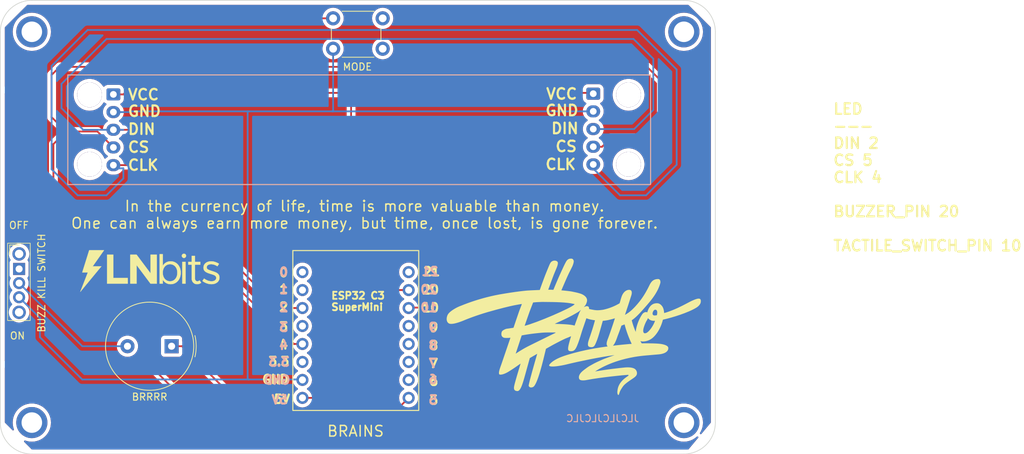
<source format=kicad_pcb>
(kicad_pcb (version 20221018) (generator pcbnew)
  (layers (0 "F.Cu" signal) (31 "B.Cu" signal) (34 "B.Paste" user) (35 "F.Paste" user) (36 "B.SilkS" user "B.Silkscreen") (37 "F.SilkS" user "F.Silkscreen") (38 "B.Mask" user) (39 "F.Mask" user) (44 "Edge.Cuts" user))
  (net 0 "")
  (footprint "Button_Switch_THT:SW_PUSH_6mm_H4.3mm" (layer "F.Cu") (at 70.485 35.56)
    (fp_text reference "MODE")
    (fp_text value "SW_PUSH_6mm_H4.3mm")
  )
  (footprint "Connector_PinHeader_1.00mm:PinHeader_1x01_P1.00mm_Vertical" (layer "F.Cu") (at 112.202 46.372 180)
    (fp_text reference "REF**" hide)
    (fp_text value "M2.5" hide)
  )
  (footprint "Buzzer_Beeper:Buzzer_TDK_PS1240P02BT_D12.2mm_H6.5mm_1" (layer "F.Cu") (at 47.074785 81.915 180)
    (fp_text reference "BRRRR")
    (fp_text value "Buzzer")
  )
  (footprint "Connector_PinHeader_1.00mm:PinHeader_1x01_P1.00mm_Vertical" (layer "F.Cu") (at 27.94 92.71 180)
    (fp_text reference "REF**" hide)
    (fp_text value "M2.5" hide)
  )
  (footprint "Connector_PinHeader_2.54mm:PinHeader_1x03_P2.54mm_Vertical" (layer "F.Cu") (at 26.143 70.453)
    (fp_text reference "BUZZ KILL SWITCH")
    (fp_text value "Switch" hide)
  )
  (footprint "Connector_PinHeader_2.54mm:PinHeader_1x08_P2.54mm_Vertical" (layer "F.Cu") (at 81.153 89.217 180)
    (fp_text reference "REF**" hide)
    (fp_text value "ESP32 C3" hide)
  )
  (footprint "Connector_PinHeader_1.00mm:PinHeader_1x01_P1.00mm_Vertical" (layer "F.Cu") (at 120.015 92.71 180)
    (fp_text reference "REF**" hide)
    (fp_text value "M2.5" hide)
  )
  (footprint "Connector_PinHeader_1.00mm:PinHeader_1x01_P1.00mm_Vertical" (layer "F.Cu") (at 120.015 37.465 180)
    (fp_text reference "REF**" hide)
    (fp_text value "M2.5" hide)
  )
  (footprint "Connector_PinHeader_2.54mm:PinHeader_1x08_P2.54mm_Vertical" (layer "F.Cu") (at 66.153 89.217 180)
    (fp_text reference "REF**" hide)
    (fp_text value "ESP32 C3" hide)
  )
  (footprint "" (layer "F.Cu") (at 36.092 56.192)
    (fp_text reference "")
    (fp_text value "")
  )
  (footprint "" (layer "F.Cu") (at 112.202 56.192)
    (fp_text reference "")
    (fp_text value "")
  )
  (footprint "Connector_PinHeader_1.00mm:PinHeader_1x01_P1.00mm_Vertical" (layer "F.Cu") (at 36.092 46.372 180)
    (fp_text reference "REF**" hide)
    (fp_text value "M2.5" hide)
  )
  (footprint "Connector_PinHeader_1.00mm:PinHeader_1x01_P1.00mm_Vertical" (layer "F.Cu") (at 27.94 37.465 180)
    (fp_text reference "REF**" hide)
    (fp_text value "M2.5" hide)
  )
  (footprint "Connector_JST:JST_XH_B5B-XH-A_1x05_P2.50mm_Vertical" (layer "B.Cu") (at 107.22 46.215 -90)
    (fp_text reference "JST_XH_B5B-XH-A_1x05" hide)
    (fp_text value "JST XH B5B-XH-A" hide)
  )
  (footprint "Connector_JST:JST_XH_B5B-XH-A_1x05_P2.50mm_Vertical" (layer "B.Cu") (at 39.455 46.315 -90)
    (fp_text reference "JST_XH_B5B-XH-A_1x05" hide)
    (fp_text value "JST XH B5B-XH-A" hide)
  )
  (gr_rect (start 33.02 43.561) (end 115.316 59.055) (stroke (width 0.15)) (fill none) (layer "B.SilkS"))
  (gr_rect (start 64.797 68.389) (end 82.577 90.995) (stroke (width 0.15)) (fill none) (layer "F.SilkS"))
  (gr_poly (pts (xy 104.14 69.532) (xy 104.166196 69.534149) (xy 104.192319 69.538424) (xy 104.218225 69.544937) (xy 104.243769 69.553803) (xy 104.268805 69.565137) (xy 104.293187 69.579052) (xy 104.316772 69.595663) (xy 104.328219 69.605015) (xy 104.339412 69.615084) (xy 104.350334 69.625884) (xy 104.360965 69.637429) (xy 104.371287 69.649733) (xy 104.381283 69.662811) (xy 104.390934 69.676678) (xy 104.400223 69.691347) (xy 104.40913 69.706832) (xy 104.417638 69.723148) (xy 104.425728 69.74031) (xy 104.433383 69.758331) (xy 104.440585 69.777225) (xy 104.447314 69.797008) (xy 104.453554 69.817693) (xy 104.459285 69.839294) (xy 104.464491 69.861826) (xy 104.469151 69.885303) (xy 104.467294 69.933144) (xy 104.462261 69.983814) (xy 104.454399 70.036715) (xy 104.444057 70.091251) (xy 104.431583 70.146823) (xy 104.417326 70.202836) (xy 104.401634 70.258691) (xy 104.384854 70.313791) (xy 104.349427 70.41934) (xy 104.31383 70.514704) (xy 104.28085 70.595106) (xy 104.253272 70.655769) (xy 104.107893 70.949342) (xy 103.960624 71.24213) (xy 103.814217 71.535515) (xy 103.671422 71.830879) (xy 103.475512 72.262027) (xy 103.235451 72.811251) (xy 102.717302 74.013151) (xy 102.988983 74.037603) (xy 103.245355 74.062928) (xy 103.48244 74.08842) (xy 103.696258 74.113377) (xy 103.88283 74.137095) (xy 104.038176 74.158868) (xy 104.158316 74.177994) (xy 104.239271 74.193767) (xy 104.790192 74.310106) (xy 104.935879 74.343812) (xy 105.092025 74.384052) (xy 105.262265 74.43317) (xy 105.450239 74.493508) (xy 105.519651 74.518593) (xy 105.594107 74.549074) (xy 105.672128 74.584965) (xy 105.752234 74.626282) (xy 105.832946 74.67304) (xy 105.912786 74.725253) (xy 105.990272 74.782938) (xy 106.063926 74.846108) (xy 106.098854 74.879755) (xy 106.132269 74.914779) (xy 106.163986 74.951182) (xy 106.193821 74.988965) (xy 106.221588 75.028132) (xy 106.247103 75.068682) (xy 106.27018 75.11062) (xy 106.290635 75.153945) (xy 106.308283 75.198661) (xy 106.322939 75.244768) (xy 106.334417 75.29227) (xy 106.342534 75.341167) (xy 106.347104 75.391462) (xy 106.347942 75.443156) (xy 106.344863 75.496252) (xy 106.337682 75.550751) (xy 106.329066 75.595674) (xy 106.318464 75.641069) (xy 106.306123 75.686605) (xy 106.292286 75.731949) (xy 106.277199 75.776768) (xy 106.261106 75.820729) (xy 106.244252 75.8635) (xy 106.226881 75.904749) (xy 106.209238 75.944142) (xy 106.191569 75.981348) (xy 106.174117 76.016033) (xy 106.157128 76.047865) (xy 106.140846 76.076511) (xy 106.125515 76.101639) (xy 106.111382 76.122916) (xy 106.098689 76.14001) (xy 106.070933 76.174138) (xy 106.043235 76.207583) (xy 106.015603 76.240361) (xy 105.988045 76.272489) (xy 105.960571 76.303986) (xy 105.933189 76.334867) (xy 105.878734 76.394857) (xy 105.886009 76.390854) (xy 105.893375 76.386726) (xy 105.90081 76.382625) (xy 105.904547 76.380634) (xy 105.908294 76.378706) (xy 105.965005 76.352446) (xy 106.016013 76.330043) (xy 106.061858 76.311221) (xy 106.10308 76.295703) (xy 106.14022 76.283212) (xy 106.173817 76.273472) (xy 106.204412 76.266206) (xy 106.232546 76.261136) (xy 106.258759 76.257987) (xy 106.283591 76.256482) (xy 106.307582 76.256344) (xy 106.331273 76.257296) (xy 106.355204 76.259061) (xy 106.379915 76.261363) (xy 106.43384 76.26647) (xy 106.459964 76.276851) (xy 106.483732 76.287427) (xy 106.505253 76.298475) (xy 106.524634 76.310273) (xy 106.541981 76.3231) (xy 106.549926 76.329986) (xy 106.557403 76.337233) (xy 106.564424 76.344876) (xy 106.571005 76.35295) (xy 106.577158 76.36149) (xy 106.582896 76.37053) (xy 106.588233 76.380105) (xy 106.593182 76.390249) (xy 106.601972 76.412386) (xy 106.609371 76.437219) (xy 106.615488 76.465026) (xy 106.620429 76.496085) (xy 106.624302 76.530673) (xy 106.627213 76.569069) (xy 106.629271 76.611551) (xy 106.629488 76.614925) (xy 106.629833 76.618698) (xy 106.630763 76.627664) (xy 106.631272 76.632973) (xy 106.631762 76.638908) (xy 106.632195 76.645528) (xy 106.632533 76.652889) (xy 106.930411 76.714036) (xy 107.184296 76.763028) (xy 107.299403 76.782712) (xy 107.409106 76.799054) (xy 107.515269 76.81195) (xy 107.619759 76.821299) (xy 107.724438 76.827001) (xy 107.831172 76.828953) (xy 107.941825 76.827054) (xy 108.058263 76.821202) (xy 108.18235 76.811296) (xy 108.31595 76.797234) (xy 108.460929 76.778914) (xy 108.619151 76.756236) (xy 108.793652 76.716267) (xy 108.963249 76.673577) (xy 109.128155 76.628264) (xy 109.288579 76.580429) (xy 109.444732 76.530171) (xy 109.596825 76.477589) (xy 109.745068 76.422783) (xy 109.889672 76.365854) (xy 110.030848 76.306899) (xy 110.168806 76.24602) (xy 110.303757 76.183316) (xy 110.435911 76.118885) (xy 110.692673 75.985246) (xy 110.940776 75.8459) (xy 110.97624 75.728889) (xy 111.006238 75.628401) (xy 111.030027 75.546707) (xy 111.046863 75.486078) (xy 111.083913 75.350791) (xy 111.121026 75.222688) (xy 111.157743 75.102938) (xy 111.193605 74.992711) (xy 111.228155 74.893177) (xy 111.260933 74.805504) (xy 111.291483 74.730862) (xy 111.319344 74.670421) (xy 111.356865 74.598659) (xy 111.395601 74.531433) (xy 111.43543 74.468617) (xy 111.476228 74.410086) (xy 111.517874 74.355714) (xy 111.560244 74.305375) (xy 111.603215 74.258944) (xy 111.646666 74.216295) (xy 111.690472 74.177302) (xy 111.734513 74.14184) (xy 111.778664 74.109782) (xy 111.822803 74.081004) (xy 111.866808 74.055379) (xy 111.910556 74.032783) (xy 111.953924 74.013088) (xy 111.996789 73.99617) (xy 112.039029 73.981904) (xy 112.080521 73.970162) (xy 112.121142 73.96082) (xy 112.16077 73.953752) (xy 112.199281 73.948832) (xy 112.236554 73.945935) (xy 112.272466 73.944935) (xy 112.306893 73.945706) (xy 112.339714 73.948123) (xy 112.370805 73.952059) (xy 112.400044 73.95739) (xy 112.427307 73.963989) (xy 112.452473 73.971732) (xy 112.475419 73.980491) (xy 112.496022 73.990143) (xy 112.514159 74.00056) (xy 112.529629 74.011215) (xy 112.544233 74.022873) (xy 112.570843 74.04914) (xy 112.594003 74.079234) (xy 112.613724 74.113027) (xy 112.630022 74.150393) (xy 112.642906 74.191205) (xy 112.652392 74.235337) (xy 112.658491 74.282661) (xy 112.661217 74.33305) (xy 112.660581 74.386378) (xy 112.656598 74.442517) (xy 112.649279 74.501342) (xy 112.638638 74.562724) (xy 112.624687 74.626538) (xy 112.60744 74.692656) (xy 112.586908 74.760952) (xy 112.351462 75.496215) (xy 112.199137 75.968472) (xy 112.099514 76.273432) (xy 112.022172 76.506799) (xy 111.847853 77.033448) (xy 111.699984 77.485366) (xy 111.864459 77.385875) (xy 111.946085 77.33527) (xy 112.027051 77.283683) (xy 112.107167 77.230808) (xy 112.186241 77.176338) (xy 112.264085 77.119966) (xy 112.340507 77.061387) (xy 112.424696 76.993498) (xy 112.507402 76.924145) (xy 112.5887 76.853398) (xy 112.668664 76.781329) (xy 112.824891 76.633505) (xy 112.97668 76.48124) (xy 113.124627 76.3251) (xy 113.269332 76.16565) (xy 113.41139 76.003457) (xy 113.551399 75.839086) (xy 113.774847 75.564583) (xy 113.982686 75.290797) (xy 114.177247 75.015543) (xy 114.360862 74.736633) (xy 114.535861 74.451883) (xy 114.704575 74.159105) (xy 114.869336 73.856114) (xy 115.032473 73.540725) (xy 115.127744 73.347628) (xy 115.227525 73.152347) (xy 115.281683 73.056578) (xy 115.340058 72.963491) (xy 115.403682 72.874162) (xy 115.473584 72.789668) (xy 115.511211 72.74957) (xy 115.550794 72.711084) (xy 115.592461 72.674345) (xy 115.636342 72.639487) (xy 115.682565 72.606644) (xy 115.731258 72.575952) (xy 115.782552 72.547544) (xy 115.836573 72.521556) (xy 115.893452 72.498121) (xy 115.953317 72.477375) (xy 116.016296 72.459451) (xy 116.082519 72.444484) (xy 116.152114 72.432609) (xy 116.22521 72.423961) (xy 116.301935 72.418673) (xy 116.382419 72.416881) (xy 116.415476 72.418232) (xy 116.446297 72.422181) (xy 116.474954 72.428577) (xy 116.501521 72.437264) (xy 116.52607 72.448088) (xy 116.548673 72.460896) (xy 116.569403 72.475535) (xy 116.588332 72.491849) (xy 116.605534 72.509687) (xy 116.62108 72.528892) (xy 116.635044 72.549313) (xy 116.647497 72.570794) (xy 116.658513 72.593183) (xy 116.668164 72.616325) (xy 116.676522 72.640067) (xy 116.683661 72.664254) (xy 116.694569 72.713351) (xy 116.701468 72.762384) (xy 116.70494 72.810125) (xy 116.705564 72.855341) (xy 116.703921 72.896804) (xy 116.700593 72.933281) (xy 116.696158 72.963543) (xy 116.691199 72.986359) (xy 116.616385 73.236343) (xy 116.529068 73.480895) (xy 116.430114 73.720256) (xy 116.320392 73.954667) (xy 116.200768 74.18437) (xy 116.072112 74.409607) (xy 115.935289 74.630619) (xy 115.791169 74.847647) (xy 115.640618 75.060934) (xy 115.484505 75.27072) (xy 115.323696 75.477248) (xy 115.159059 75.680758) (xy 114.821774 76.079695) (xy 114.479589 76.469461) (xy 114.077493 76.921113) (xy 113.855732 77.16315) (xy 113.624008 77.406338) (xy 113.505311 77.5261) (xy 113.385203 77.643435) (xy 113.264047 77.757436) (xy 113.142201 77.867199) (xy 113.020027 77.971817) (xy 112.897885 78.070387) (xy 112.776135 78.162002) (xy 112.655137 78.245758) (xy 112.709866 78.457691) (xy 112.769381 78.6678) (xy 112.83353 78.876126) (xy 112.90216 79.082715) (xy 112.975121 79.287608) (xy 113.052261 79.490851) (xy 113.133427 79.692486) (xy 113.218468 79.892556) (xy 113.2271 79.793613) (xy 113.234877 79.7279) (xy 114.27541 79.7279) (xy 114.275685 79.74741) (xy 114.27638 79.766328) (xy 114.277486 79.784658) (xy 114.278996 79.802404) (xy 114.280903 79.81957) (xy 114.283198 79.836159) (xy 114.285874 79.852177) (xy 114.288922 79.867626) (xy 114.292336 79.88251) (xy 114.296108 79.896835) (xy 114.300229 79.910602) (xy 114.304692 79.923817) (xy 114.30949 79.936484) (xy 114.314614 79.948606) (xy 114.320057 79.960187) (xy 114.325811 79.971232) (xy 114.331868 79.981743) (xy 114.338221 79.991726) (xy 114.344861 80.001184) (xy 114.351782 80.010121) (xy 114.358974 80.018541) (xy 114.366432 80.026448) (xy 114.374146 80.033846) (xy 114.382109 80.040738) (xy 114.390314 80.04713) (xy 114.398752 80.053024) (xy 114.407416 80.058425) (xy 114.416298 80.063336) (xy 114.42539 80.067762) (xy 114.434685 80.071707) (xy 114.444175 80.075174) (xy 114.456504 80.078741) (xy 114.469746 80.081404) (xy 114.483833 80.083191) (xy 114.498695 80.084131) (xy 114.514263 80.084253) (xy 114.530469 80.083584) (xy 114.547242 80.082153) (xy 114.564515 80.079989) (xy 114.582217 80.07712) (xy 114.600279 80.073575) (xy 114.618634 80.069381) (xy 114.63721 80.064568) (xy 114.65594 80.059164) (xy 114.674754 80.053197) (xy 114.693582 80.046695) (xy 114.712357 80.039688) (xy 114.72651 80.033836) (xy 114.740943 80.027162) (xy 114.770515 80.011549) (xy 114.800804 79.99325) (xy 114.831545 79.972665) (xy 114.862468 79.950196) (xy 114.893306 79.926243) (xy 114.923791 79.901209) (xy 114.953656 79.875492) (xy 114.982633 79.849496) (xy 115.010454 79.823619) (xy 115.061557 79.773833) (xy 115.104825 79.72934) (xy 115.138114 79.693349) (xy 115.246757 79.566176) (xy 115.356717 79.4241) (xy 115.411646 79.347797) (xy 115.466251 79.268157) (xy 115.520312 79.18531) (xy 115.573612 79.099385) (xy 115.625933 79.010512) (xy 115.677057 78.91882) (xy 115.726765 78.824439) (xy 115.77484 78.727498) (xy 115.821062 78.628127) (xy 115.865215 78.526456) (xy 115.90708 78.422613) (xy 115.946438 78.31673) (xy 115.90387 78.319716) (xy 115.862038 78.321519) (xy 115.821818 78.322323) (xy 115.784083 78.322314) (xy 115.749711 78.321677) (xy 115.719575 78.320596) (xy 115.694552 78.319256) (xy 115.675515 78.317842) (xy 115.613265 78.310833) (xy 115.553205 78.301146) (xy 115.495344 78.288874) (xy 115.439695 78.274112) (xy 115.386266 78.256952) (xy 115.33507 78.237488) (xy 115.286115 78.215814) (xy 115.239414 78.192022) (xy 115.194976 78.166207) (xy 115.152811 78.138461) (xy 115.112931 78.108879) (xy 115.075346 78.077553) (xy 115.040067 78.044577) (xy 115.007103 78.010045) (xy 114.976465 77.974049) (xy 114.948165 77.936684) (xy 114.930316 77.980009) (xy 114.911821 78.022118) (xy 114.892919 78.062812) (xy 114.873847 78.101893) (xy 114.854844 78.139163) (xy 114.836147 78.174423) (xy 114.817995 78.207475) (xy 114.800626 78.238119) (xy 114.769189 78.291394) (xy 114.743741 78.33266) (xy 114.718431 78.372813) (xy 114.667349 78.474398) (xy 114.614722 78.585272) (xy 114.562037 78.702643) (xy 114.510784 78.823721) (xy 114.462451 78.945715) (xy 114.418528 79.065837) (xy 114.380504 79.181294) (xy 114.364169 79.236402) (xy 114.349867 79.289297) (xy 114.330214 79.360094) (xy 114.318412 79.403565) (xy 114.306491 79.452623) (xy 114.295347 79.507421) (xy 114.290348 79.53702) (xy 114.28588 79.568112) (xy 114.282055 79.600717) (xy 114.278985 79.634852) (xy 114.276784 79.670538) (xy 114.275562 79.707793) (xy 114.27541 79.7279) (xy 113.234877 79.7279) (xy 113.2387 79.695591) (xy 113.252864 79.599001) (xy 113.269189 79.50435) (xy 113.287272 79.412147) (xy 113.30671 79.322901) (xy 113.3271 79.237121) (xy 113.348039 79.155316) (xy 113.389951 79.005663) (xy 113.429223 78.878013) (xy 113.486945 78.705001) (xy 113.51762 78.617558) (xy 113.550597 78.52907) (xy 113.622712 78.35038) (xy 113.7018 78.17177) (xy 113.786372 77.996079) (xy 113.874937 77.826146) (xy 113.966006 77.664809) (xy 114.012014 77.588251) (xy 114.058089 77.514907) (xy 114.104045 77.445132) (xy 114.149695 77.37928) (xy 114.166542 77.356613) (xy 114.184223 77.334664) (xy 114.202688 77.313459) (xy 114.210986 77.304625) (xy 115.59664 77.304625) (xy 115.597142 77.320032) (xy 115.598216 77.335042) (xy 115.599862 77.34965) (xy 115.602081 77.363851) (xy 115.604874 77.377639) (xy 115.608241 77.391008) (xy 115.612184 77.403952) (xy 115.616704 77.416467) (xy 115.621802 77.428547) (xy 115.627478 77.440186) (xy 115.633733 77.451378) (xy 115.640569 77.462119) (xy 115.647986 77.472402) (xy 115.655986 77.482223) (xy 115.664569 77.491574) (xy 115.673736 77.500452) (xy 115.683488 77.50885) (xy 115.693826 77.516763) (xy 115.704751 77.524186) (xy 115.716264 77.531112) (xy 115.728366 77.537537) (xy 115.741058 77.543454) (xy 115.75434 77.548859) (xy 115.767153 77.553042) (xy 115.782107 77.556679) (xy 115.799183 77.559736) (xy 115.818367 77.562178) (xy 115.839641 77.563973) (xy 115.86299 77.565086) (xy 115.915842 77.565129) (xy 115.976793 77.562037) (xy 116.045711 77.555537) (xy 116.122463 77.545357) (xy 116.206917 77.531227) (xy 116.217455 77.483079) (xy 116.226592 77.437114) (xy 116.23439 77.393281) (xy 116.24091 77.351529) (xy 116.246214 77.311806) (xy 116.250362 77.274062) (xy 116.253416 77.238245) (xy 116.255436 77.204306) (xy 116.256485 77.172191) (xy 116.256623 77.141852) (xy 116.255911 77.113236) (xy 116.254412 77.086293) (xy 116.252185 77.060971) (xy 116.249292 77.03722) (xy 116.245795 77.014988) (xy 116.241754 76.994225) (xy 116.237231 76.974879) (xy 116.232287 76.9569) (xy 116.226982 76.940236) (xy 116.22138 76.924837) (xy 116.21554 76.910651) (xy 116.209523 76.897628) (xy 116.203392 76.885716) (xy 116.197207 76.874864) (xy 116.191029 76.865021) (xy 116.18492 76.856137) (xy 116.17894 76.848161) (xy 116.173152 76.84104) (xy 116.162392 76.829164) (xy 116.153131 76.820101) (xy 116.144353 76.812369) (xy 116.135069 76.805122) (xy 116.125314 76.798361) (xy 116.11512 76.792087) (xy 116.104522 76.786302) (xy 116.093552 76.781009) (xy 116.082243 76.776208) (xy 116.07063 76.771901) (xy 116.058744 76.768089) (xy 116.046621 76.764775) (xy 116.034292 76.76196) (xy 116.021792 76.759646) (xy 116.009153 76.757833) (xy 115.996408 76.756525) (xy 115.983592 76.755722) (xy 115.970738 76.755426) (xy 115.955875 76.755946) (xy 115.941118 76.757593) (xy 115.926481 76.76033) (xy 115.911978 76.76412) (xy 115.897624 76.768926) (xy 115.883432 76.774713) (xy 115.869417 76.781443) (xy 115.855593 76.78908) (xy 115.841973 76.797587) (xy 115.828572 76.806927) (xy 115.802483 76.82796) (xy 115.77744 76.851887) (xy 115.753553 76.878414) (xy 115.730937 76.907248) (xy 115.709703 76.938095) (xy 115.689965 76.970662) (xy 115.671836 77.004656) (xy 115.655428 77.039783) (xy 115.640853 77.07575) (xy 115.628226 77.112264) (xy 115.617658 77.149031) (xy 115.613063 77.167758) (xy 115.609031 77.186138) (xy 115.605563 77.204166) (xy 115.602659 77.221836) (xy 115.60032 77.239142) (xy 115.598548 77.25608) (xy 115.597343 77.272644) (xy 115.596707 77.288827) (xy 115.59664 77.304625) (xy 114.210986 77.304625) (xy 114.221884 77.293024) (xy 114.262262 77.254568) (xy 114.304942 77.219506) (xy 114.349511 77.188048) (xy 114.395552 77.160402) (xy 114.442652 77.136778) (xy 114.466469 77.12654) (xy 114.490395 77.117386) (xy 114.514378 77.109342) (xy 114.538366 77.102434) (xy 114.562307 77.096689) (xy 114.58615 77.092132) (xy 114.609843 77.08879) (xy 114.633333 77.08669) (xy 114.65657 77.085856) (xy 114.6795 77.086316) (xy 114.702073 77.088095) (xy 114.724236 77.09122) (xy 114.745937 77.095717) (xy 114.767126 77.101612) (xy 114.787748 77.108931) (xy 114.807754 77.1177) (xy 114.827091 77.127946) (xy 114.845707 77.139694) (xy 114.86299 77.076737) (xy 114.881754 77.014047) (xy 114.901964 76.951792) (xy 114.923584 76.89014) (xy 114.946578 76.829257) (xy 114.970909 76.76931) (xy 114.996543 76.710466) (xy 115.023443 76.652893) (xy 115.051572 76.596758) (xy 115.080896 76.542227) (xy 115.111379 76.489468) (xy 115.142984 76.438649) (xy 115.175675 76.389935) (xy 115.209417 76.343495) (xy 115.244173 76.299495) (xy 115.279909 76.258103) (xy 115.279652 76.257983) (xy 115.279617 76.257965) (xy 115.279583 76.257946) (xy 115.279549 76.257926) (xy 115.279515 76.257905) (xy 115.279483 76.257883) (xy 115.279451 76.257859) (xy 115.279421 76.257834) (xy 115.279392 76.257807) (xy 115.301646 76.230033) (xy 115.325046 76.203505) (xy 115.349349 76.178234) (xy 115.374312 76.154235) (xy 115.399691 76.131519) (xy 115.425244 76.1101) (xy 115.450728 76.089989) (xy 115.475899 76.071201) (xy 115.500514 76.053746) (xy 115.524331 76.037639) (xy 115.568596 76.009516) (xy 115.606749 75.986934) (xy 115.636845 75.969994) (xy 115.672337 75.951427) (xy 115.708541 75.9345) (xy 115.745394 75.91916) (xy 115.782833 75.905353) (xy 115.820795 75.893023) (xy 115.859218 75.882117) (xy 115.89804 75.872581) (xy 115.937196 75.86436) (xy 115.976626 75.857401) (xy 116.016265 75.85165) (xy 116.056051 75.847051) (xy 116.095922 75.843551) (xy 116.135815 75.841096) (xy 116.175666 75.839632) (xy 116.215414 75.839104) (xy 116.254995 75.839459) (xy 116.284411 75.840649) (xy 116.313189 75.843008) (xy 116.341322 75.846472) (xy 116.368803 75.850976) (xy 116.395625 75.856455) (xy 116.421783 75.862846) (xy 116.447268 75.870082) (xy 116.472075 75.8781) (xy 116.496196 75.886835) (xy 116.519626 75.896223) (xy 116.542357 75.906197) (xy 116.564382 75.916695) (xy 116.585695 75.927651) (xy 116.606289 75.939001) (xy 116.626158 75.95068) (xy 116.645294 75.962623) (xy 116.681343 75.987043) (xy 116.714382 76.011745) (xy 116.744358 76.036211) (xy 116.771216 76.059924) (xy 116.794903 76.082367) (xy 116.815366 76.103023) (xy 116.846402 76.136904) (xy 116.866791 76.158407) (xy 116.886537 76.180436) (xy 116.905644 76.202982) (xy 116.924116 76.226036) (xy 116.941956 76.249591) (xy 116.959167 76.273638) (xy 116.975753 76.298169) (xy 116.991717 76.323177) (xy 117.007064 76.348652) (xy 117.021795 76.374587) (xy 117.035916 76.400974) (xy 117.049428 76.427804) (xy 117.062337 76.45507) (xy 117.074645 76.482763) (xy 117.086355 76.510875) (xy 117.097471 76.539398) (xy 117.098714 76.542553) (xy 117.099907 76.545687) (xy 117.101086 76.548806) (xy 117.102286 76.551919) (xy 117.107483 76.565903) (xy 117.112798 76.579839) (xy 117.117988 76.593872) (xy 117.12046 76.600971) (xy 117.122809 76.608148) (xy 117.133247 76.639993) (xy 117.147366 76.688413) (xy 117.163622 76.751494) (xy 117.180473 76.827323) (xy 117.196376 76.913988) (xy 117.209788 77.009573) (xy 117.215078 77.060114) (xy 117.219166 77.112167) (xy 117.221861 77.165493) (xy 117.222968 77.219854) (xy 117.311125 77.198548) (xy 117.399037 77.176414) (xy 117.442809 77.164727) (xy 117.486408 77.152461) (xy 117.529797 77.139492) (xy 117.572939 77.125695) (xy 117.884884 77.018127) (xy 118.188 76.905508) (xy 118.48162 76.789089) (xy 118.765076 76.670124) (xy 119.0377 76.549866) (xy 119.298824 76.429567) (xy 119.783901 76.193857) (xy 120.214963 75.973017) (xy 120.58667 75.777069) (xy 120.893677 75.616035) (xy 121.130642 75.499937) (xy 121.246528 75.448355) (xy 121.357439 75.400474) (xy 121.463296 75.356571) (xy 121.564019 75.316923) (xy 121.65953 75.281807) (xy 121.74975 75.251499) (xy 121.834599 75.226277) (xy 121.874985 75.21566) (xy 121.913998 75.206418) (xy 121.979281 75.193617) (xy 122.040213 75.185372) (xy 122.06903 75.183016) (xy 122.096738 75.18187) (xy 122.123331 75.181957) (xy 122.148801 75.1833) (xy 122.173142 75.185924) (xy 122.196345 75.189852) (xy 122.218405 75.195106) (xy 122.239313 75.201712) (xy 122.259064 75.209692) (xy 122.27765 75.219071) (xy 122.295063 75.22987) (xy 122.311298 75.242115) (xy 122.326346 75.255829) (xy 122.340202 75.271034) (xy 122.352857 75.287756) (xy 122.364305 75.306017) (xy 122.374538 75.325841) (xy 122.383551 75.347251) (xy 122.391335 75.370272) (xy 122.397883 75.394926) (xy 122.403189 75.421237) (xy 122.407246 75.449229) (xy 122.410046 75.478925) (xy 122.411582 75.510349) (xy 122.411848 75.543524) (xy 122.410836 75.578474) (xy 122.408539 75.615223) (xy 122.404951 75.653794) (xy 122.399408 75.693754) (xy 122.391644 75.732935) (xy 122.381783 75.771324) (xy 122.369951 75.808908) (xy 122.356274 75.845674) (xy 122.340876 75.881609) (xy 122.323885 75.9167) (xy 122.305425 75.950934) (xy 122.285621 75.984299) (xy 122.2646 76.016781) (xy 122.242486 76.048367) (xy 122.219406 76.079044) (xy 122.170848 76.137621) (xy 122.11993 76.192408) (xy 122.067656 76.243301) (xy 122.01503 76.290197) (xy 121.963056 76.332992) (xy 121.912739 76.371582) (xy 121.865083 76.405864) (xy 121.821093 76.435734) (xy 121.748124 76.481824) (xy 121.525302 76.609385) (xy 121.281734 76.736358) (xy 121.019856 76.862228) (xy 120.742105 76.986478) (xy 120.148727 77.228054) (xy 119.521087 77.456955) (xy 118.878675 77.669052) (xy 118.240979 77.860215) (xy 117.627487 78.026313) (xy 117.057688 78.163219) (xy 117.013964 78.327938) (xy 116.965608 78.492334) (xy 116.912623 78.656038) (xy 116.855007 78.818677) (xy 116.792764 78.97988) (xy 116.725894 79.139277) (xy 116.654397 79.296496) (xy 116.578276 79.451167) (xy 116.497531 79.602917) (xy 116.412163 79.751378) (xy 116.322173 79.896176) (xy 116.227563 80.036942) (xy 116.128333 80.173304) (xy 116.024485 80.304891) (xy 115.916019 80.431333) (xy 115.802937 80.552257) (xy 115.747342 80.607598) (xy 115.68953 80.661904) (xy 115.629398 80.714995) (xy 115.566844 80.766692) (xy 115.501765 80.816816) (xy 115.434059 80.865188) (xy 115.363623 80.911628) (xy 115.290356 80.955957) (xy 115.214154 80.997996) (xy 115.134915 81.037565) (xy 115.052537 81.074485) (xy 114.966917 81.108578) (xy 114.877953 81.139663) (xy 114.785543 81.167561) (xy 114.689584 81.192093) (xy 114.589973 81.213081) (xy 114.50133 81.228123) (xy 114.456868 81.234295) (xy 114.412331 81.239451) (xy 114.367731 81.243506) (xy 114.323083 81.246371) (xy 114.2784 81.24796) (xy 114.233696 81.248188) (xy 114.188983 81.246966) (xy 114.144277 81.244209) (xy 114.09959 81.239829) (xy 114.054936 81.233741) (xy 114.010328 81.225856) (xy 113.965781 81.216089) (xy 113.921307 81.204353) (xy 113.87692 81.190561) (xy 113.923642 81.271726) (xy 113.970774 81.352711) (xy 114.018447 81.433446) (xy 114.066795 81.513862) (xy 114.264262 81.508847) (xy 114.438665 81.505694) (xy 114.587745 81.504235) (xy 114.709245 81.504304) (xy 115.125883 81.507055) (xy 115.591874 81.515251) (xy 115.828093 81.52225) (xy 116.05831 81.531642) (xy 116.27641 81.543771) (xy 116.476281 81.558979) (xy 116.602342 81.571399) (xy 116.725921 81.587) (xy 116.846328 81.605717) (xy 116.962873 81.627484) (xy 117.074868 81.652237) (xy 117.181621 81.67991) (xy 117.282443 81.710437) (xy 117.376644 81.743752) (xy 117.421046 81.761435) (xy 117.463534 81.779791) (xy 117.504022 81.798812) (xy 117.542423 81.818488) (xy 117.578652 81.838813) (xy 117.612622 81.859778) (xy 117.644247 81.881375) (xy 117.673441 81.903595) (xy 117.700117 81.926431) (xy 117.724189 81.949873) (xy 117.745571 81.973915) (xy 117.764177 81.998548) (xy 117.779921 82.023764) (xy 117.792715 82.049554) (xy 117.802475 82.07591) (xy 117.809114 82.102825) (xy 117.817689 82.17355) (xy 117.81709 82.246353) (xy 117.806627 82.32049) (xy 117.78561 82.395219) (xy 117.753348 82.469798) (xy 117.709152 82.543483) (xy 117.682363 82.579758) (xy 117.652331 82.615532) (xy 117.61897 82.650711) (xy 117.582195 82.685203) (xy 117.541918 82.718915) (xy 117.498054 82.751753) (xy 117.450515 82.783626) (xy 117.399217 82.814439) (xy 117.344072 82.844102) (xy 117.284995 82.87252) (xy 117.221898 82.8996) (xy 117.154697 82.925251) (xy 117.007633 82.97189) (xy 116.843113 83.011696) (xy 116.660446 83.043924) (xy 116.458944 83.067834) (xy 114.745156 83.215148) (xy 114.319378 83.256031) (xy 113.89552 83.303071) (xy 113.474005 83.358535) (xy 113.05526 83.424692) (xy 112.420166 83.545214) (xy 111.793448 83.687057) (xy 111.176126 83.850763) (xy 110.871306 83.940983) (xy 110.569218 84.036871) (xy 110.269989 84.138495) (xy 109.973746 84.245923) (xy 109.680617 84.359222) (xy 109.390729 84.47846) (xy 109.104211 84.603704) (xy 108.821188 84.735022) (xy 108.54179 84.872482) (xy 108.266143 85.016151) (xy 108.16556 85.071044) (xy 108.065835 85.127165) (xy 107.966878 85.184371) (xy 107.868603 85.242513) (xy 107.673746 85.361028) (xy 107.480563 85.481543) (xy 108.086758 85.379622) (xy 108.712223 85.284064) (xy 109.335999 85.196215) (xy 109.937131 85.117423) (xy 110.987628 84.992398) (xy 111.696053 84.919768) (xy 111.812779 84.911331) (xy 111.923527 84.905771) (xy 112.028453 84.902924) (xy 112.12771 84.902624) (xy 112.221451 84.904705) (xy 112.309831 84.909003) (xy 112.393004 84.915352) (xy 112.471122 84.923586) (xy 112.544341 84.93354) (xy 112.612814 84.945049) (xy 112.676694 84.957948) (xy 112.736136 84.972069) (xy 112.791294 84.98725) (xy 112.84232 85.003323) (xy 112.88937 85.020124) (xy 112.932597 85.037487) (xy 112.972154 85.055247) (xy 113.008196 85.073238) (xy 113.040876 85.091295) (xy 113.070348 85.109253) (xy 113.096766 85.126946) (xy 113.120285 85.144208) (xy 113.141056 85.160875) (xy 113.159236 85.17678) (xy 113.188432 85.205646) (xy 113.209105 85.229483) (xy 113.2298 85.256775) (xy 113.252848 85.287697) (xy 113.274173 85.319001) (xy 113.293769 85.350717) (xy 113.311631 85.382873) (xy 113.327751 85.415497) (xy 113.342123 85.448618) (xy 113.35474 85.482265) (xy 113.365596 85.516465) (xy 113.374685 85.551248) (xy 113.382 85.586642) (xy 113.387533 85.622676) (xy 113.39128 85.659377) (xy 113.393233 85.696776) (xy 113.393386 85.7349) (xy 113.391733 85.773777) (xy 113.388266 85.813437) (xy 113.386031 85.830845) (xy 113.383115 85.848109) (xy 113.379531 85.865231) (xy 113.375292 85.882213) (xy 113.364907 85.915766) (xy 113.352068 85.948787) (xy 113.336886 85.981294) (xy 113.31947 86.013305) (xy 113.299929 86.044839) (xy 113.278372 86.075913) (xy 113.254911 86.106547) (xy 113.229653 86.136758) (xy 113.202708 86.166564) (xy 113.174187 86.195984) (xy 113.144197 86.225036) (xy 113.11285 86.253738) (xy 113.080254 86.282108) (xy 113.046518 86.310165) (xy 112.99009 86.35404) (xy 112.923277 86.402636) (xy 112.763263 86.512876) (xy 112.371009 86.777762) (xy 112.157816 86.927954) (xy 112.05112 87.006515) (xy 111.945945 87.087013) (xy 111.843481 87.169171) (xy 111.744918 87.252711) (xy 111.651448 87.337354) (xy 111.564261 87.422823) (xy 111.523276 87.467253) (xy 111.481071 87.517444) (xy 111.43813 87.572308) (xy 111.394934 87.630754) (xy 111.351967 87.691692) (xy 111.309713 87.754033) (xy 111.229274 87.878565) (xy 111.157482 87.99563) (xy 111.098202 88.096511) (xy 111.055299 88.17249) (xy 111.032638 88.214848) (xy 111.018636 88.243787) (xy 111.005264 88.273797) (xy 110.980037 88.336728) (xy 110.956207 88.403039) (xy 110.933025 88.472129) (xy 110.88561 88.616241) (xy 110.859879 88.690059) (xy 110.831798 88.764251) (xy 110.829984 88.768202) (xy 110.827721 88.772165) (xy 110.821933 88.779934) (xy 110.814602 88.787184) (xy 110.810411 88.790497) (xy 110.805896 88.79354) (xy 110.801079 88.796267) (xy 110.795981 88.79863) (xy 110.790622 88.800582) (xy 110.785023 88.802077) (xy 110.779206 88.803068) (xy 110.773191 88.803509) (xy 110.766999 88.803352) (xy 110.760651 88.802551) (xy 110.754168 88.801058) (xy 110.74757 88.798828) (xy 110.740879 88.795813) (xy 110.734115 88.791967) (xy 110.7273 88.787243) (xy 110.720454 88.781594) (xy 110.713598 88.774973) (xy 110.706752 88.767333) (xy 110.699939 88.758629) (xy 110.693178 88.748812) (xy 110.686491 88.737837) (xy 110.679898 88.725656) (xy 110.673421 88.712223) (xy 110.667079 88.697491) (xy 110.660895 88.681412) (xy 110.654889 88.663942) (xy 110.64778 88.640389) (xy 110.641571 88.616486) (xy 110.636227 88.592277) (xy 110.63171 88.567804) (xy 110.627986 88.543111) (xy 110.625018 88.518241) (xy 110.62277 88.493235) (xy 110.621207 88.468139) (xy 110.620293 88.442993) (xy 110.619991 88.417842) (xy 110.620265 88.392728) (xy 110.621081 88.367695) (xy 110.62419 88.318041) (xy 110.629032 88.269224) (xy 110.637952 88.1941) (xy 110.647846 88.118877) (xy 110.659085 88.043746) (xy 110.672037 87.968899) (xy 110.687073 87.894528) (xy 110.704563 87.820824) (xy 110.714343 87.784282) (xy 110.724875 87.74798) (xy 110.736206 87.71194) (xy 110.748381 87.676187) (xy 110.776533 87.600954) (xy 110.806801 87.527799) (xy 110.839055 87.456694) (xy 110.873168 87.387613) (xy 110.909011 87.320529) (xy 110.946456 87.255415) (xy 110.985373 87.192245) (xy 111.025636 87.130992) (xy 111.10968 87.01413) (xy 111.197562 86.904614) (xy 111.288253 86.802233) (xy 111.380727 86.70677) (xy 111.473955 86.618013) (xy 111.56691 86.535748) (xy 111.658564 86.459762) (xy 111.74789 86.389839) (xy 111.915446 86.267332) (xy 112.061359 86.166517) (xy 112.080629 86.153035) (xy 112.098449 86.139988) (xy 112.114847 86.127391) (xy 112.129846 86.115258) (xy 112.143473 86.103603) (xy 112.155753 86.092439) (xy 112.166711 86.081782) (xy 112.176372 86.071645) (xy 112.184763 86.062041) (xy 112.191908 86.052985) (xy 112.195021 86.048667) (xy 112.197833 86.044492) (xy 112.200346 86.04046) (xy 112.202563 86.036574) (xy 112.204488 86.032835) (xy 112.206123 86.029246) (xy 112.207473 86.025808) (xy 112.20854 86.022522) (xy 112.209327 86.019391) (xy 112.209838 86.016416) (xy 112.210076 86.013599) (xy 112.210043 86.010942) (xy 112.20954 86.007201) (xy 112.208587 86.003656) (xy 112.207205 86.000301) (xy 112.205417 85.997132) (xy 112.203245 85.994144) (xy 112.20071 85.991333) (xy 112.197834 85.988693) (xy 112.194639 85.986219) (xy 112.191147 85.983907) (xy 112.187379 85.981751) (xy 112.179105 85.977891) (xy 112.169991 85.974599) (xy 112.160212 85.971837) (xy 112.149943 85.969565) (xy 112.139357 85.967744) (xy 112.128631 85.966336) (xy 112.117937 85.965302) (xy 112.107452 85.964603) (xy 112.097349 85.964199) (xy 112.07899 85.964122) (xy 111.244558 86.031771) (xy 109.704906 86.197383) (xy 108.814583 86.305936) (xy 107.920709 86.425794) (xy 107.080868 86.55256) (xy 106.352644 86.68184) (xy 106.264198 86.698262) (xy 106.134676 86.71841) (xy 106.058794 86.72798) (xy 105.977782 86.7362) (xy 105.893351 86.742307) (xy 105.807216 86.745542) (xy 105.721088 86.745144) (xy 105.636681 86.740352) (xy 105.555707 86.730405) (xy 105.517043 86.723261) (xy 105.47988 86.714542) (xy 105.444431 86.704155) (xy 105.410911 86.692003) (xy 105.379534 86.677992) (xy 105.350514 86.662026) (xy 105.324065 86.644011) (xy 105.300402 86.623851) (xy 105.279738 86.601451) (xy 105.262287 86.576716) (xy 105.253026 86.560347) (xy 105.241853 86.538473) (xy 105.229756 86.511187) (xy 105.22367 86.495544) (xy 105.217725 86.478582) (xy 105.212043 86.460314) (xy 105.206749 86.440751) (xy 105.201967 86.419904) (xy 105.19782 86.397786) (xy 105.194431 86.374408) (xy 105.191925 86.349781) (xy 105.190425 86.323917) (xy 105.190054 86.296829) (xy 105.190913 86.268768) (xy 105.193124 86.239518) (xy 105.196809 86.209089) (xy 105.202085 86.177493) (xy 105.209074 86.144743) (xy 105.217896 86.110848) (xy 105.228669 86.075822) (xy 105.241515 86.039676) (xy 105.256553 86.002421) (xy 105.273903 85.964069) (xy 105.293685 85.924632) (xy 105.316019 85.88412) (xy 105.341025 85.842547) (xy 105.368822 85.799923) (xy 105.39953 85.75626) (xy 105.433271 85.71157) (xy 105.475472 85.660347) (xy 105.521169 85.609554) (xy 105.569976 85.55923) (xy 105.621505 85.509419) (xy 105.675371 85.460161) (xy 105.731186 85.411498) (xy 105.84712 85.316123) (xy 105.966213 85.223627) (xy 106.085374 85.134342) (xy 106.311528 84.966738) (xy 106.363535 84.928271) (xy 106.415239 84.891508) (xy 106.518105 84.822355) (xy 106.620851 84.757809) (xy 106.724201 84.696398) (xy 107.158153 84.452673) (xy 107.311318 84.368414) (xy 107.474993 84.283888) (xy 107.646091 84.199769) (xy 107.821524 84.116734) (xy 108.173042 83.956622) (xy 108.504841 83.808964) (xy 108.759651 83.703753) (xy 109.141421 83.558238) (xy 109.622898 83.383401) (xy 110.176828 83.190221) (xy 110.203702 83.181099) (xy 110.230465 83.171922) (xy 110.118571 83.186137) (xy 110.003176 83.201407) (xy 109.296676 83.305025) (xy 108.509091 83.435204) (xy 107.661886 83.587551) (xy 106.776525 83.757672) (xy 104.977185 84.13366) (xy 104.106135 84.330739) (xy 103.282783 84.528018) (xy 103.064546 84.576215) (xy 102.716846 84.642854) (xy 102.295809 84.711017) (xy 102.075331 84.740384) (xy 101.857566 84.763788) (xy 101.649533 84.779115) (xy 101.458245 84.784249) (xy 101.29072 84.777077) (xy 101.218061 84.768215) (xy 101.153974 84.755484) (xy 101.099335 84.738618) (xy 101.055022 84.717355) (xy 101.021912 84.691428) (xy 101.000881 84.660575) (xy 100.992808 84.62453) (xy 100.998567 84.58303) (xy 101.019038 84.535809) (xy 101.055096 84.482605) (xy 101.114394 84.411123) (xy 101.178411 84.341563) (xy 101.246829 84.273913) (xy 101.319332 84.208161) (xy 101.475326 84.082301) (xy 101.64386 83.963886) (xy 101.822401 83.852822) (xy 102.008416 83.74901) (xy 102.199372 83.652354) (xy 102.392735 83.562759) (xy 102.585972 83.480127) (xy 102.77655 83.404363) (xy 103.139596 83.273048) (xy 103.461607 83.168045) (xy 103.722318 83.08858) (xy 104.559053 82.850973) (xy 105.365475 82.646018) (xy 106.136141 82.470834) (xy 106.865608 82.32254) (xy 107.548434 82.198256) (xy 108.179176 82.095102) (xy 109.262639 81.940659) (xy 109.256767 81.935821) (xy 109.253845 81.93338) (xy 109.250935 81.930907) (xy 109.248039 81.928389) (xy 109.245159 81.925813) (xy 109.242296 81.923165) (xy 109.239452 81.920434) (xy 109.2123 81.890899) (xy 109.188806 81.859164) (xy 109.180956 81.845914) (xy 109.998882 81.845914) (xy 110.004214 81.845247) (xy 110.182326 81.819174) (xy 110.495642 81.782237) (xy 111.342594 81.693765) (xy 112.174474 81.615823) (xy 112.468952 81.592047) (xy 112.620689 81.5844) (xy 112.646473 81.582844) (xy 112.491955 81.247964) (xy 112.345002 80.907584) (xy 112.205957 80.56305) (xy 112.075161 80.215711) (xy 111.952956 79.866913) (xy 111.839685 79.518004) (xy 111.735689 79.17033) (xy 111.64131 78.825241) (xy 111.587681 78.850098) (xy 111.533792 78.874091) (xy 111.47962 78.897197) (xy 111.425143 78.919392) (xy 111.370335 78.940653) (xy 111.315174 78.960956) (xy 111.259637 78.980278) (xy 111.203699 78.998596) (xy 111.050805 79.435795) (xy 110.90755 79.831357) (xy 110.787188 80.153062) (xy 110.702969 80.368692) (xy 110.657337 80.491549) (xy 110.599321 80.657921) (xy 110.529058 80.854879) (xy 110.446687 81.069493) (xy 110.401004 81.17938) (xy 110.352346 81.288832) (xy 110.30073 81.396234) (xy 110.246173 81.499969) (xy 110.188692 81.598421) (xy 110.128306 81.689973) (xy 110.06503 81.77301) (xy 109.998882 81.845914) (xy 109.180956 81.845914) (xy 109.1688 81.825397) (xy 109.152114 81.789766) (xy 109.138577 81.752439) (xy 109.12802 81.713585) (xy 109.120274 81.673371) (xy 109.115167 81.631965) (xy 109.112531 81.589536) (xy 109.112196 81.546252) (xy 109.113993 81.502281) (xy 109.117751 81.45779) (xy 109.130473 81.367925) (xy 109.149006 81.278002) (xy 109.171992 81.189365) (xy 109.198072 81.10336) (xy 109.225891 81.021331) (xy 109.25409 80.944625) (xy 109.34354 80.717913) (xy 109.571107 80.079123) (xy 109.804301 79.404795) (xy 110.006102 78.807267) (xy 110.139491 78.398882) (xy 110.276987 77.964384) (xy 110.170355 77.998065) (xy 110.061465 78.030527) (xy 109.949871 78.062079) (xy 109.835129 78.09303) (xy 109.594415 78.154367) (xy 109.33576 78.217009) (xy 109.218306 78.238105) (xy 109.10535 78.257107) (xy 108.997711 78.274014) (xy 108.896206 78.288823) (xy 108.801653 78.301531) (xy 108.714871 78.312135) (xy 108.636676 78.320633) (xy 108.567888 78.327022) (xy 108.138343 79.848257) (xy 108.024639 80.236425) (xy 107.907983 80.610233) (xy 107.788161 80.960928) (xy 107.726996 81.124874) (xy 107.664961 81.27976) (xy 107.579095 81.484344) (xy 107.538825 81.575616) (xy 107.499067 81.659338) (xy 107.458869 81.73536) (xy 107.438309 81.770435) (xy 107.417283 81.803527) (xy 107.395673 81.834618) (xy 107.37336 81.863689) (xy 107.350226 81.89072) (xy 107.326151 81.915693) (xy 107.301017 81.938588) (xy 107.274705 81.959386) (xy 107.247098 81.978069) (xy 107.218075 81.994618) (xy 107.187519 82.009013) (xy 107.15531 82.021235) (xy 107.121331 82.031265) (xy 107.085462 82.039085) (xy 107.047585 82.044676) (xy 107.007581 82.048017) (xy 106.965332 82.049091) (xy 106.920718 82.047879) (xy 106.873622 82.04436) (xy 106.823924 82.038517) (xy 106.771507 82.03033) (xy 106.71625 82.01978) (xy 106.677821 82.009721) (xy 106.643103 81.996367) (xy 106.611957 81.979885) (xy 106.584244 81.960442) (xy 106.559824 81.938207) (xy 106.538559 81.913346) (xy 106.520309 81.886028) (xy 106.504934 81.85642) (xy 106.492295 81.82469) (xy 106.482253 81.791005) (xy 106.474669 81.755533) (xy 106.469403 81.718441) (xy 106.466316 81.679898) (xy 106.465269 81.64007) (xy 106.468736 81.557231) (xy 106.47869 81.471266) (xy 106.494017 81.383516) (xy 106.513602 81.295321) (xy 106.53633 81.208022) (xy 106.586759 81.041476) (xy 106.636387 80.894603) (xy 106.817387 80.366806) (xy 107.024981 79.737615) (xy 107.134412 79.390763) (xy 107.245285 79.025482) (xy 107.355865 78.644081) (xy 107.464416 78.248864) (xy 107.261037 78.218854) (xy 107.125366 78.197614) (xy 106.971855 78.169863) (xy 106.804113 78.133837) (xy 106.716033 78.112169) (xy 106.625749 78.08777) (xy 106.533713 78.06042) (xy 106.440375 78.029898) (xy 106.346186 77.995984) (xy 106.251599 77.958456) (xy 105.9174 78.941996) (xy 105.714939 79.53332) (xy 105.649497 79.730103) (xy 105.57505 79.969873) (xy 105.39965 80.543825) (xy 105.298953 80.860733) (xy 105.18976 81.186078) (xy 105.0722 81.511223) (xy 104.9464 81.827531) (xy 104.898035 81.939333) (xy 104.850829 82.040832) (xy 104.804305 82.132455) (xy 104.757988 82.214634) (xy 104.734757 82.252315) (xy 104.711399 82.287797) (xy 104.687854 82.321132) (xy 104.664063 82.352374) (xy 104.639965 82.381577) (xy 104.615502 82.408795) (xy 104.590614 82.434081) (xy 104.565241 82.457489) (xy 104.539324 82.479073) (xy 104.512803 82.498887) (xy 104.485618 82.516984) (xy 104.457711 82.533417) (xy 104.42902 82.548241) (xy 104.399488 82.56151) (xy 104.369053 82.573276) (xy 104.337657 82.583594) (xy 104.305241 82.592518) (xy 104.271744 82.600101) (xy 104.237106 82.606396) (xy 104.201269 82.611458) (xy 104.125758 82.618097) (xy 104.044733 82.620445) (xy 103.985032 82.615619) (xy 103.929571 82.60852) (xy 103.878624 82.598133) (xy 103.832463 82.583443) (xy 103.811262 82.574166) (xy 103.79136 82.563433) (xy 103.772791 82.551116) (xy 103.755589 82.537088) (xy 103.739788 82.521223) (xy 103.725422 82.503394) (xy 103.712526 82.483472) (xy 103.701133 82.461333) (xy 103.691278 82.436848) (xy 103.682994 82.409891) (xy 103.676316 82.380334) (xy 103.671277 82.348052) (xy 103.667913 82.312916) (xy 103.666257 82.2748) (xy 103.668205 82.189121) (xy 103.677394 82.089998) (xy 103.694098 81.976416) (xy 103.718588 81.847359) (xy 103.751139 81.701812) (xy 103.820054 81.428029) (xy 103.900574 81.133972) (xy 103.990887 80.823817) (xy 104.08918 80.501736) (xy 103.949506 80.562126) (xy 103.813826 80.619117) (xy 103.567281 80.719579) (xy 103.375216 80.796482) (xy 103.307634 80.824024) (xy 103.263298 80.843187) (xy 102.910957 81.010485) (xy 102.548274 81.190555) (xy 102.099955 81.422395) (xy 101.490707 81.745003) (xy 100.54044 82.281663) (xy 100.173657 83.792661) (xy 99.954238 84.64081) (xy 99.71905 85.479375) (xy 99.597476 85.878341) (xy 99.474281 86.254843) (xy 99.350237 86.602191) (xy 99.226119 86.913698) (xy 99.102698 87.182673) (xy 98.98075 87.402428) (xy 98.920569 87.491757) (xy 98.861047 87.566273) (xy 98.802279 87.625138) (xy 98.744362 87.667518) (xy 98.707792 87.684741) (xy 98.671895 87.699646) (xy 98.636711 87.712304) (xy 98.602279 87.722786) (xy 98.568641 87.731163) (xy 98.535836 87.737504) (xy 98.503904 87.741882) (xy 98.472885 87.744365) (xy 98.442819 87.745026) (xy 98.413747 87.743935) (xy 98.385708 87.741162) (xy 98.358742 87.736779) (xy 98.33289 87.730855) (xy 98.308191 87.723463) (xy 98.284686 87.714671) (xy 98.262414 87.704551) (xy 98.241416 87.693175) (xy 98.221732 87.680611) (xy 98.203401 87.666932) (xy 98.186464 87.652207) (xy 98.170961 87.636507) (xy 98.156931 87.619904) (xy 98.144416 87.602468) (xy 98.133454 87.584269) (xy 98.124086 87.565378) (xy 98.116353 87.545867) (xy 98.110293 87.525804) (xy 98.105947 87.505262) (xy 98.103356 87.484311) (xy 98.102558 87.463022) (xy 98.103595 87.441464) (xy 98.106506 87.41971) (xy 98.175287 87.095275) (xy 98.286083 86.644274) (xy 98.596169 85.484358) (xy 98.961664 84.183536) (xy 99.307471 82.98538) (xy 98.776849 83.2914) (xy 98.258672 83.592864) (xy 97.632446 85.857072) (xy 97.490127 86.364235) (xy 97.421526 86.601762) (xy 97.354125 86.827325) (xy 97.287543 87.039977) (xy 97.2214 87.238773) (xy 97.155318 87.422766) (xy 97.088916 87.59101) (xy 97.021814 87.74256) (xy 96.987881 87.811778) (xy 96.953632 87.876468) (xy 96.919017 87.936512) (xy 96.883991 87.99179) (xy 96.848504 88.042185) (xy 96.812511 88.087579) (xy 96.775962 88.127853) (xy 96.738811 88.162888) (xy 96.701011 88.192568) (xy 96.662513 88.216773) (xy 96.623271 88.235385) (xy 96.583237 88.248286) (xy 96.542363 88.255357) (xy 96.500602 88.256481) (xy 96.452716 88.253272) (xy 96.407891 88.248156) (xy 96.366041 88.24119) (xy 96.32708 88.232432) (xy 96.290923 88.22194) (xy 96.257485 88.209772) (xy 96.226681 88.195985) (xy 96.198424 88.180637) (xy 96.172631 88.163787) (xy 96.149216 88.145491) (xy 96.128093 88.125807) (xy 96.109177 88.104794) (xy 96.092383 88.082509) (xy 96.077625 88.05901) (xy 96.064819 88.034354) (xy 96.053878 88.0086) (xy 96.044719 87.981804) (xy 96.037254 87.954026) (xy 96.031399 87.925322) (xy 96.02707 87.89575) (xy 96.022643 87.834235) (xy 96.023291 87.769942) (xy 96.028333 87.703334) (xy 96.037085 87.634873) (xy 96.048865 87.56502) (xy 96.06299 87.494238) (xy 96.127916 87.222074) (xy 96.22236 86.868673) (xy 96.46756 86.013377) (xy 96.957473 84.37533) (xy 96.895745 84.414894) (xy 96.83981 84.451526) (xy 96.790348 84.484824) (xy 96.768257 84.500097) (xy 96.74804 84.514386) (xy 96.338993 84.802624) (xy 96.158254 84.927525) (xy 95.986028 85.044358) (xy 95.816806 85.156684) (xy 95.645079 85.268062) (xy 95.465339 85.382051) (xy 95.272078 85.502212) (xy 95.20194 85.544574) (xy 95.133223 85.584406) (xy 95.065968 85.62176) (xy 95.000215 85.65669) (xy 94.936007 85.689247) (xy 94.873383 85.719484) (xy 94.812385 85.747453) (xy 94.753053 85.773207) (xy 94.695428 85.796799) (xy 94.639552 85.81828) (xy 94.585464 85.837704) (xy 94.533205 85.855122) (xy 94.482817 85.870587) (xy 94.434341 85.884152) (xy 94.387817 85.895869) (xy 94.343286 85.90579) (xy 94.300788 85.913969) (xy 94.260366 85.920456) (xy 94.222059 85.925306) (xy 94.185908 85.92857) (xy 94.151955 85.9303) (xy 94.12024 85.93055) (xy 94.090803 85.929372) (xy 94.063687 85.926817) (xy 94.038931 85.92294) (xy 94.016577 85.917791) (xy 93.996665 85.911424) (xy 93.979236 85.90389) (xy 93.964331 85.895244) (xy 93.951992 85.885536) (xy 93.942257 85.874819) (xy 93.93517 85.863146) (xy 93.924313 85.836337) (xy 93.915832 85.807162) (xy 93.909623 85.775741) (xy 93.905585 85.742194) (xy 93.903615 85.669202) (xy 93.909104 85.589144) (xy 93.921237 85.502978) (xy 93.939199 85.411665) (xy 93.962173 85.316161) (xy 93.989343 85.217427) (xy 94.05301 85.014102) (xy 94.123672 84.809359) (xy 94.259876 84.426301) (xy 94.756245 82.97139) (xy 96.265831 82.97139) (xy 96.485603 82.825752) (xy 96.706847 82.682854) (xy 96.929701 82.543001) (xy 97.154302 82.406494) (xy 97.38079 82.273637) (xy 97.609301 82.144733) (xy 97.839973 82.020085) (xy 98.072946 81.899995) (xy 99.009339 81.433983) (xy 99.946662 80.973304) (xy 101.819044 80.057394) (xy 101.829367 80.052001) (xy 101.839843 80.045894) (xy 101.850902 80.038927) (xy 101.862975 80.030956) (xy 101.891886 80.01142) (xy 101.909585 79.999565) (xy 101.93002 79.986126) (xy 101.90244 79.982896) (xy 101.877968 79.979776) (xy 101.836584 79.974281) (xy 101.818789 79.972112) (xy 101.802338 79.970467) (xy 101.786791 79.969449) (xy 101.779217 79.969207) (xy 101.771704 79.96916) (xy 101.312269 79.971365) (xy 100.852284 79.971077) (xy 100.622392 79.973482) (xy 100.39273 79.979443) (xy 100.16342 79.990355) (xy 99.934586 80.00761) (xy 99.228455 80.077906) (xy 98.875512 80.117975) (xy 98.522789 80.162029) (xy 98.170389 80.210593) (xy 97.818415 80.264195) (xy 97.466971 80.323363) (xy 97.11616 80.388622) (xy 96.265831 82.97139) (xy 94.756245 82.97139) (xy 95.438543 80.971499) (xy 95.524924 80.711393) (xy 95.472349 80.718598) (xy 95.422911 80.72464) (xy 95.376565 80.729621) (xy 95.333262 80.733645) (xy 95.292957 80.736815) (xy 95.255602 80.739232) (xy 95.221151 80.741) (xy 95.189558 80.742221) (xy 95.034047 80.744657) (xy 94.988523 80.746625) (xy 94.930819 80.746539) (xy 94.865555 80.744501) (xy 94.797351 80.740609) (xy 94.730828 80.734964) (xy 94.670606 80.727665) (xy 94.644302 80.723426) (xy 94.621306 80.718812) (xy 94.602195 80.713833) (xy 94.587547 80.708504) (xy 94.558898 80.695191) (xy 94.53187 80.681677) (xy 94.506412 80.667927) (xy 94.482476 80.653908) (xy 94.460011 80.639584) (xy 94.438968 80.624922) (xy 94.419298 80.609886) (xy 94.40095 80.594443) (xy 94.383874 80.578559) (xy 94.368022 80.562197) (xy 94.353343 80.545326) (xy 94.339787 80.527909) (xy 94.327306 80.509912) (xy 94.315848 80.491302) (xy 94.305365 80.472043) (xy 94.295807 80.452102) (xy 94.287792 80.433062) (xy 94.280198 80.412791) (xy 94.273118 80.391265) (xy 94.266644 80.368461) (xy 94.260866 80.344354) (xy 94.255878 80.31892) (xy 94.25177 80.292136) (xy 94.248634 80.263977) (xy 94.246563 80.234419) (xy 94.245649 80.203439) (xy 94.245982 80.171012) (xy 94.247655 80.137115) (xy 94.250759 80.101723) (xy 94.255388 80.064813) (xy 94.261631 80.02636) (xy 94.269581 79.986341) (xy 94.277426 79.953386) (xy 94.286233 79.922561) (xy 94.29616 79.893666) (xy 94.307367 79.866498) (xy 94.320013 79.840858) (xy 94.334257 79.816542) (xy 94.350259 79.793351) (xy 94.368177 79.771083) (xy 94.388171 79.749535) (xy 94.410399 79.728508) (xy 94.435022 79.7078) (xy 94.462199 79.68721) (xy 94.492088 79.666535) (xy 94.524849 79.645576) (xy 94.56064 79.62413) (xy 94.599622 79.601997) (xy 94.659285 79.569857) (xy 94.714061 79.542255) (xy 94.76457 79.518777) (xy 94.811432 79.499012) (xy 94.855269 79.482545) (xy 94.8967 79.468964) (xy 94.936346 79.457857) (xy 94.974827 79.448811) (xy 95.012763 79.441412) (xy 95.050776 79.435248) (xy 95.129512 79.424974) (xy 95.215996 79.414687) (xy 95.315193 79.401083) (xy 95.957496 79.305293) (xy 96.0509 79.028971) (xy 97.528878 79.028971) (xy 97.861173 78.940533) (xy 98.266732 78.813613) (xy 98.467142 78.742487) (xy 101.786743 78.742487) (xy 101.896753 78.750433) (xy 102.006182 78.756114) (xy 102.22353 78.763434) (xy 102.439253 78.769949) (xy 102.54665 78.774624) (xy 102.653816 78.78116) (xy 102.964767 78.796093) (xy 103.197496 78.808161) (xy 103.463555 78.826063) (xy 103.749314 78.851872) (xy 104.041145 78.887663) (xy 104.185077 78.909949) (xy 104.325416 78.935509) (xy 104.460459 78.9646) (xy 104.5885 78.997484) (xy 104.713193 78.64324) (xy 104.832293 78.31084) (xy 105.042706 77.73703) (xy 105.197724 77.326963) (xy 105.275328 77.131547) (xy 105.294615 77.092969) (xy 105.314281 77.055995) (xy 105.340122 77.009559) (xy 105.371759 76.955411) (xy 105.408813 76.895298) (xy 105.450904 76.830967) (xy 105.497652 76.764167) (xy 105.452446 76.802541) (xy 105.40872 76.838668) (xy 105.366591 76.872563) (xy 105.326174 76.904244) (xy 105.287587 76.933729) (xy 105.250944 76.961035) (xy 105.183956 77.009178) (xy 105.12614 77.048814) (xy 105.078423 77.080081) (xy 105.041733 77.103117) (xy 105.016998 77.118063) (xy 104.626462 77.345959) (xy 104.230788 77.563882) (xy 103.830654 77.773269) (xy 103.426735 77.975559) (xy 103.019709 78.172187) (xy 102.61025 78.364593) (xy 101.786743 78.742487) (xy 98.467142 78.742487) (xy 99.247311 78.465604) (xy 100.369942 78.027486) (xy 101.533953 77.541803) (xy 102.638672 77.051099) (xy 103.583426 76.597916) (xy 103.964357 76.398691) (xy 104.267544 76.2248) (xy 104.480404 76.081561) (xy 104.549029 76.023098) (xy 104.590353 75.974292) (xy 104.589138 75.973331) (xy 104.587938 75.972316) (xy 104.585568 75.970182) (xy 104.583217 75.967993) (xy 104.58086 75.965856) (xy 104.579672 75.964839) (xy 104.578472 75.963875) (xy 104.577258 75.962976) (xy 104.576027 75.962155) (xy 104.574776 75.961426) (xy 104.574142 75.9611) (xy 104.573501 75.960802) (xy 104.572854 75.960533) (xy 104.572199 75.960296) (xy 104.571538 75.960091) (xy 104.570868 75.95992) (xy 104.44238 75.928685) (xy 104.378126 75.913591) (xy 104.313725 75.899394) (xy 103.963474 75.834875) (xy 103.574438 75.782461) (xy 103.139063 75.740922) (xy 102.649795 75.709027) (xy 102.099083 75.685547) (xy 101.479371 75.66925) (xy 100.002741 75.653289) (xy 99.58757 75.669355) (xy 99.302686 75.682052) (xy 99.13656 75.692034) (xy 99.034712 75.703021) (xy 98.932691 75.712758) (xy 98.830573 75.721579) (xy 98.728435 75.729816) (xy 98.241781 76.992493) (xy 97.937585 77.853545) (xy 97.528878 79.028971) (xy 96.0509 79.028971) (xy 96.34459 78.160133) (xy 96.719295 77.065977) (xy 96.763951 76.940034) (xy 96.810123 76.814697) (xy 96.905633 76.565257) (xy 97.099639 76.067259) (xy 97.103917 76.055281) (xy 97.107818 76.042847) (xy 97.111528 76.0297) (xy 97.115233 76.015586) (xy 97.123371 75.983437) (xy 97.128175 75.96489) (xy 97.133717 75.944356) (xy 96.887521 75.981739) (xy 96.770464 76.000206) (xy 96.71279 76.009963) (xy 96.655436 76.020291) (xy 96.311245 76.085141) (xy 95.967276 76.151048) (xy 95.443846 76.265043) (xy 94.612579 76.467263) (xy 93.54838 76.745258) (xy 92.326154 77.086572) (xy 91.739124 77.262882) (xy 91.183612 77.440887) (xy 90.670089 77.614521) (xy 90.209028 77.777714) (xy 89.810902 77.924398) (xy 89.486184 78.048504) (xy 89.098862 78.204712) (xy 88.862556 78.303377) (xy 88.572451 78.416098) (xy 88.248268 78.530165) (xy 88.079562 78.583731) (xy 87.909732 78.632867) (xy 87.741244 78.675984) (xy 87.576563 78.711493) (xy 87.418156 78.737806) (xy 87.268487 78.753333) (xy 87.130022 78.756485) (xy 87.065761 78.752925) (xy 87.005225 78.745675) (xy 86.948723 78.734537) (xy 86.896563 78.719312) (xy 86.849053 78.699802) (xy 86.806501 78.675808) (xy 86.766325 78.646989) (xy 86.729635 78.615943) (xy 86.696323 78.582823) (xy 86.666278 78.547779) (xy 86.639389 78.510964) (xy 86.615547 78.472529) (xy 86.594641 78.432626) (xy 86.576561 78.391405) (xy 86.561198 78.349018) (xy 86.548441 78.305617) (xy 86.538179 78.261354) (xy 86.530304 78.216379) (xy 86.524704 78.170844) (xy 86.521269 78.124901) (xy 86.520456 78.032395) (xy 86.526983 77.940073) (xy 86.53997 77.849147) (xy 86.558534 77.760829) (xy 86.581796 77.676329) (xy 86.608873 77.596861) (xy 86.638886 77.523636) (xy 86.670953 77.457865) (xy 86.704192 77.400761) (xy 86.770082 77.309394) (xy 86.850363 77.217266) (xy 86.943309 77.125011) (xy 87.047193 77.033263) (xy 87.160288 76.942653) (xy 87.280868 76.853817) (xy 87.407206 76.767386) (xy 87.537574 76.683996) (xy 87.670246 76.604279) (xy 87.803496 76.528868) (xy 87.935596 76.458397) (xy 88.06482 76.3935) (xy 88.189441 76.33481) (xy 88.307732 76.28296) (xy 88.417967 76.238584) (xy 88.518418 76.202316) (xy 89.012869 76.003976) (xy 89.499011 75.820669) (xy 89.974256 75.651969) (xy 90.436016 75.49745) (xy 90.881703 75.356686) (xy 91.308729 75.229251) (xy 91.714507 75.11472) (xy 92.096449 75.012667) (xy 92.778471 74.84429) (xy 93.334093 74.720713) (xy 93.983323 74.594336) (xy 94.816179 74.453095) (xy 95.553004 74.336864) (xy 96.194434 74.243407) (xy 96.741103 74.170487) (xy 97.193646 74.115868) (xy 97.552696 74.077313) (xy 97.818889 74.052587) (xy 97.99286 74.039452) (xy 98.449963 74.014009) (xy 98.898002 73.994261) (xy 99.669291 73.963294) (xy 99.814381 73.548319) (xy 99.97584 73.100743) (xy 100.274554 72.289308) (xy 100.433698 71.872587) (xy 100.599141 71.458686) (xy 100.93723 70.634287) (xy 100.987036 70.515179) (xy 101.012774 70.455962) (xy 101.039204 70.397072) (xy 101.066425 70.338584) (xy 101.094539 70.280576) (xy 101.123646 70.223123) (xy 101.153848 70.166302) (xy 101.178768 70.124049) (xy 101.205699 70.084723) (xy 101.234487 70.048272) (xy 101.264979 70.014643) (xy 101.297023 69.983784) (xy 101.330465 69.955642) (xy 101.365151 69.930165) (xy 101.40093 69.907301) (xy 101.437648 69.886996) (xy 101.475151 69.869198) (xy 101.513287 69.853855) (xy 101.551903 69.840913) (xy 101.590846 69.830322) (xy 101.629962 69.822027) (xy 101.669099 69.815977) (xy 101.708103 69.812119) (xy 101.746822 69.8104) (xy 101.785101 69.810768) (xy 101.822789 69.81317) (xy 101.859733 69.817554) (xy 101.895778 69.823867) (xy 101.930772 69.832057) (xy 101.964563 69.842071) (xy 101.996996 69.853856) (xy 102.027919 69.867361) (xy 102.057179 69.882532) (xy 102.084622 69.899318) (xy 102.110096 69.917664) (xy 102.133448 69.93752) (xy 102.154524 69.958832) (xy 102.173171 69.981548) (xy 102.189237 70.005615) (xy 102.199826 70.026213) (xy 102.208368 70.048683) (xy 102.21497 70.072878) (xy 102.219735 70.09865) (xy 102.222769 70.125854) (xy 102.224178 70.154342) (xy 102.224066 70.183967) (xy 102.22254 70.214583) (xy 102.215662 70.278198) (xy 102.204387 70.344013) (xy 102.189557 70.410854) (xy 102.172013 70.477544) (xy 102.152597 70.542909) (xy 102.132151 70.605775) (xy 102.091538 70.719308) (xy 102.034996 70.864685) (xy 101.639687 71.821841) (xy 101.482421 72.237185) (xy 101.286115 72.768738) (xy 100.861812 73.926105) (xy 101.037792 73.926266) (xy 101.218689 73.928846) (xy 101.403504 73.933647) (xy 101.591236 73.940477) (xy 101.833246 73.353512) (xy 102.126025 72.662632) (xy 102.415944 71.995004) (xy 102.649369 71.477798) (xy 102.992615 70.734984) (xy 103.082824 70.544332) (xy 103.173871 70.357117) (xy 103.265297 70.176049) (xy 103.356642 70.003837) (xy 103.396967 69.933919) (xy 103.437874 69.870667) (xy 103.479485 69.813809) (xy 103.521922 69.763071) (xy 103.543489 69.739911) (xy 103.565307 69.718178) (xy 103.587394 69.697839) (xy 103.609762 69.678859) (xy 103.632429 69.661203) (xy 103.65541 69.644838) (xy 103.678718 69.62973) (xy 103.702371 69.615844) (xy 103.726382 69.603146) (xy 103.750768 69.591602) (xy 103.775543 69.581177) (xy 103.800723 69.571838) (xy 103.852358 69.55628) (xy 103.905794 69.544654) (xy 103.961155 69.536687) (xy 104.018561 69.532104) (xy 104.078136 69.530633)) (fill solid) (layer "F.SilkS"))
  (gr_poly (pts (xy 49.645093 73.066609) (xy 49.198608 73.066609) (xy 49.198608 69.988844) (xy 49.645093 69.988844)) (stroke (width 0.039687)) (fill solid) (layer "F.SilkS"))
  (gr_poly (pts (xy 36.529965 70.619943) (xy 37.756515 70.619943) (xy 34.786295 74.217547) (xy 35.85702 71.473494) (xy 35.068378 71.473494) (xy 36.046885 68.343797) (xy 38.132102 68.343797)) (stroke (width 0.039687)) (fill solid) (layer "F.SilkS"))
  (gr_poly (pts (xy 46.426436 70.566297) (xy 46.449191 70.528148) (xy 46.472806 70.491092) (xy 46.497281 70.455129) (xy 46.522617 70.420259) (xy 46.548813 70.386482) (xy 46.57587 70.353798) (xy 46.603786 70.322207) (xy 46.632564 70.291709) (xy 46.662202 70.262304) (xy 46.6927 70.233992) (xy 46.724059 70.206772) (xy 46.756278 70.180646) (xy 46.789357 70.155613) (xy 46.823297 70.131672) (xy 46.858097 70.108825) (xy 46.893758 70.08707) (xy 46.930139 70.066525) (xy 46.967102 70.047305) (xy 47.004646 70.029411) (xy 47.042771 70.012842) (xy 47.081478 69.997599) (xy 47.120766 69.983681) (xy 47.160636 69.971089) (xy 47.201087 69.959822) (xy 47.24212 69.949881) (xy 47.283733 69.941265) (xy 47.325929 69.933975) (xy 47.368705 69.92801) (xy 47.412063 69.923371) (xy 47.456002 69.920057) (xy 47.500523 69.918069) (xy 47.545625 69.917406) (xy 47.595192 69.918209) (xy 47.644177 69.920616) (xy 47.692581 69.924627) (xy 47.740403 69.930243) (xy 47.787644 69.937463) (xy 47.834304 69.946288) (xy 47.880383 69.956718) (xy 47.92588 69.968752) (xy 47.970796 69.982391) (xy 48.01513 69.997634) (xy 48.058883 70.014482) (xy 48.102055 70.032934) (xy 48.144646 70.052991) (xy 48.186655 70.074653) (xy 48.228083 70.097919) (xy 48.268929 70.122789) (xy 48.308938 70.14909) (xy 48.347854 70.176646) (xy 48.385677 70.205458) (xy 48.422408 70.235526) (xy 48.458045 70.26685) (xy 48.492589 70.29943) (xy 48.526041 70.333265) (xy 48.558399 70.368356) (xy 48.589665 70.404702) (xy 48.619837 70.442304) (xy 48.648917 70.481163) (xy 48.676904 70.521276) (xy 48.703797 70.562646) (xy 48.729598 70.605271) (xy 48.754306 70.649152) (xy 48.77792 70.694289) (xy 48.800268 70.740437) (xy 48.821174 70.787353) (xy 48.840638 70.835036) (xy 48.85866 70.883487) (xy 48.87524 70.932705) (xy 48.890379 70.98269) (xy 48.904076 71.033443) (xy 48.916331 71.084963) (xy 48.927145 71.13725) (xy 48.936516 71.190305) (xy 48.944446 71.244128) (xy 48.950934 71.298717) (xy 48.955981 71.354074) (xy 48.959585 71.410199) (xy 48.961748 71.467091) (xy 48.962469 71.52475) (xy 48.961748 71.582421) (xy 48.959585 71.639348) (xy 48.955981 71.69553) (xy 48.950934 71.750969) (xy 48.944446 71.805663) (xy 48.936516 71.859613) (xy 48.927145 71.912819) (xy 48.916331 71.965281) (xy 48.904076 72.016999) (xy 48.890379 72.067972) (xy 48.87524 72.118202) (xy 48.85866 72.167687) (xy 48.840638 72.216429) (xy 48.821174 72.264426) (xy 48.800268 72.311679) (xy 48.77792 72.358188) (xy 48.754306 72.403685) (xy 48.729598 72.447903) (xy 48.703797 72.490842) (xy 48.676904 72.532502) (xy 48.648917 72.572884) (xy 48.619837 72.611986) (xy 48.589665 72.649809) (xy 48.558399 72.686353) (xy 48.526041 72.721619) (xy 48.492589 72.755605) (xy 48.458045 72.788312) (xy 48.422408 72.819741) (xy 48.385677 72.84989) (xy 48.347854 72.87876) (xy 48.308938 72.906351) (xy 48.268929 72.932664) (xy 48.228083 72.957534) (xy 48.186655 72.9808) (xy 48.144646 73.002462) (xy 48.102055 73.022519) (xy 48.058883 73.040971) (xy 48.01513 73.057819) (xy 47.970796 73.073062) (xy 47.92588 73.086701) (xy 47.880383 73.098735) (xy 47.834304 73.109165) (xy 47.787644 73.11799) (xy 47.740403 73.12521) (xy 47.692581 73.130826) (xy 47.644177 73.134838) (xy 47.595192 73.137245) (xy 47.545625 73.138047) (xy 47.500523 73.137384) (xy 47.456002 73.135396) (xy 47.412063 73.132082) (xy 47.368705 73.127443) (xy 47.325929 73.121478) (xy 47.283733 73.114188) (xy 47.24212 73.105572) (xy 47.201087 73.095631) (xy 47.160636 73.084364) (xy 47.120766 73.071772) (xy 47.081478 73.057854) (xy 47.042771 73.042611) (xy 47.004646 73.026042) (xy 46.967102 73.008148) (xy 46.930139 72.988928) (xy 46.893758 72.968383) (xy 46.858097 72.946628) (xy 46.823297 72.923781) (xy 46.789357 72.89984) (xy 46.756278 72.874807) (xy 46.724059 72.848681) (xy 46.6927 72.821461) (xy 46.662202 72.793149) (xy 46.632564 72.763744) (xy 46.603786 72.733246) (xy 46.57587 72.701655) (xy 46.548813 72.668971) (xy 46.522617 72.635194) (xy 46.497281 72.600324) (xy 46.472806 72.564361) (xy 46.449191 72.527305) (xy 46.426436 72.489156) (xy 46.426436 73.066609) (xy 45.979952 73.066609) (xy 45.979952 71.52475) (xy 46.426436 71.52475) (xy 46.426948 71.568364) (xy 46.428483 71.611396) (xy 46.431041 71.653847) (xy 46.434622 71.695716) (xy 46.439226 71.737004) (xy 46.444854 71.777711) (xy 46.451505 71.817837) (xy 46.459179 71.857381) (xy 46.467876 71.896343) (xy 46.477596 71.934725) (xy 46.48834 71.972525) (xy 46.500107 72.009743) (xy 46.512897 72.046381) (xy 46.52671 72.082437) (xy 46.541546 72.117911) (xy 46.557406 72.152804) (xy 46.574195 72.18693) (xy 46.591822 72.220103) (xy 46.610286 72.252322) (xy 46.629587 72.283587) (xy 46.649725 72.313899) (xy 46.670701 72.343258) (xy 46.692513 72.371663) (xy 46.715163 72.399115) (xy 46.73865 72.425614) (xy 46.762974 72.451158) (xy 46.788136 72.47575) (xy 46.814134 72.499388) (xy 46.84097 72.522073) (xy 46.868643 72.543804) (xy 46.897152 72.564582) (xy 46.9265 72.584406) (xy 46.956498 72.603149) (xy 46.986961 72.620683) (xy 47.017889 72.637007) (xy 47.049283 72.652123) (xy 47.081141 72.666029) (xy 47.113465 72.678726) (xy 47.146253 72.690214) (xy 47.179507 72.700492) (xy 47.213226 72.709561) (xy 47.24741 72.717421) (xy 47.282059 72.724072) (xy 47.317173 72.729514) (xy 47.352752 72.733746) (xy 47.388796 72.736769) (xy 47.425305 72.738583) (xy 47.46228 72.739187) (xy 47.499243 72.738583) (xy 47.535718 72.736769) (xy 47.571704 72.733746) (xy 47.607202 72.729514) (xy 47.642211 72.724072) (xy 47.676733 72.717421) (xy 47.710765 72.709561) (xy 47.74431 72.700492) (xy 47.777366 72.690214) (xy 47.809934 72.678726) (xy 47.842014 72.666029) (xy 47.873605 72.652123) (xy 47.904708 72.637007) (xy 47.935322 72.620683) (xy 47.965448 72.603149) (xy 47.995086 72.584406) (xy 48.024072 72.564582) (xy 48.052245 72.543804) (xy 48.079604 72.522073) (xy 48.106148 72.499388) (xy 48.131879 72.47575) (xy 48.156796 72.451158) (xy 48.180899 72.425614) (xy 48.204189 72.399115) (xy 48.226664 72.371663) (xy 48.248326 72.343258) (xy 48.269173 72.313899) (xy 48.289207 72.283587) (xy 48.308426 72.252322) (xy 48.326832 72.220103) (xy 48.344424 72.18693) (xy 48.361202 72.152804) (xy 48.377061 72.117911) (xy 48.391898 72.082437) (xy 48.405711 72.046381) (xy 48.418501 72.009743) (xy 48.430268 71.972525) (xy 48.441011 71.934725) (xy 48.450732 71.896343) (xy 48.459429 71.857381) (xy 48.467103 71.817837) (xy 48.473754 71.777711) (xy 48.479381 71.737004) (xy 48.483986 71.695716) (xy 48.487567 71.653847) (xy 48.490125 71.611396) (xy 48.49166 71.568364) (xy 48.492171 71.52475) (xy 48.49166 71.481148) (xy 48.490125 71.438151) (xy 48.487567 71.395758) (xy 48.483986 71.35397) (xy 48.479381 71.312786) (xy 48.473754 71.272207) (xy 48.467103 71.232233) (xy 48.459429 71.192863) (xy 48.450732 71.154098) (xy 48.441011 71.115938) (xy 48.430268 71.078382) (xy 48.418501 71.041431) (xy 48.405711 71.005084) (xy 48.391898 70.969342) (xy 48.377061 70.934205) (xy 48.361202 70.899672) (xy 48.344424 70.865906) (xy 48.326832 70.833071) (xy 48.308426 70.801166) (xy 48.289207 70.770191) (xy 48.269173 70.740147) (xy 48.248326 70.711032) (xy 48.226664 70.682848) (xy 48.204189 70.655594) (xy 48.180899 70.62927) (xy 48.156796 70.603876) (xy 48.131879 70.579412) (xy 48.106148 70.555879) (xy 48.079604 70.533276) (xy 48.052245 70.511603) (xy 48.024072 70.49086) (xy 47.995086 70.471047) (xy 47.965448 70.452304) (xy 47.935322 70.43477) (xy 47.904708 70.418445) (xy 47.873605 70.40333) (xy 47.842014 70.389424) (xy 47.809934 70.376727) (xy 47.777366 70.365239) (xy 47.74431 70.354961) (xy 47.710765 70.345892) (xy 47.676733 70.338032) (xy 47.642211 70.331381) (xy 47.607202 70.325939) (xy 47.571704 70.321707) (xy 47.535718 70.318684) (xy 47.499243 70.31687) (xy 47.46228 70.316266) (xy 47.425305 70.31687) (xy 47.388796 70.318684) (xy 47.352752 70.321707) (xy 47.317173 70.325939) (xy 47.282059 70.331381) (xy 47.24741 70.338032) (xy 47.213226 70.345892) (xy 47.179507 70.354961) (xy 47.146253 70.365239) (xy 47.113465 70.376727) (xy 47.081141 70.389424) (xy 47.049283 70.40333) (xy 47.017889 70.418445) (xy 46.986961 70.43477) (xy 46.956498 70.452304) (xy 46.9265 70.471047) (xy 46.897152 70.49086) (xy 46.868643 70.511603) (xy 46.84097 70.533276) (xy 46.814134 70.555879) (xy 46.788136 70.579412) (xy 46.762974 70.603876) (xy 46.73865 70.62927) (xy 46.715163 70.655594) (xy 46.692513 70.682848) (xy 46.670701 70.711032) (xy 46.649725 70.740147) (xy 46.629587 70.770191) (xy 46.610286 70.801166) (xy 46.591822 70.833071) (xy 46.574195 70.865906) (xy 46.557406 70.899672) (xy 46.541546 70.934205) (xy 46.52671 70.969342) (xy 46.512897 71.005084) (xy 46.500107 71.041431) (xy 46.48834 71.078382) (xy 46.477596 71.115938) (xy 46.467876 71.154098) (xy 46.459179 71.192863) (xy 46.451505 71.232233) (xy 46.444854 71.272207) (xy 46.439226 71.312786) (xy 46.434622 71.35397) (xy 46.431041 71.395758) (xy 46.428483 71.438151) (xy 46.426948 71.481148) (xy 46.426436 71.52475) (xy 45.979952 71.52475) (xy 45.979952 68.905375) (xy 46.426436 68.905375)) (stroke (width 0.039687)) (fill solid) (layer "F.SilkS"))
  (gr_poly (pts (xy 44.704 71.62) (xy 44.704 68.976813) (xy 45.579109 68.976813) (xy 45.579109 73.066609) (xy 44.704 73.066609) (xy 42.727562 70.423422) (xy 42.727562 73.066609) (xy 41.852453 73.066609) (xy 41.852453 68.976813) (xy 42.727562 68.976813)) (stroke (width 0.039687)) (fill solid) (layer "F.SilkS"))
  (gr_poly (pts (xy 53.330666 69.918848) (xy 53.400894 69.923173) (xy 53.471309 69.930382) (xy 53.541909 69.940475) (xy 53.612696 69.953451) (xy 53.683668 69.96931) (xy 53.754827 69.988053) (xy 53.826171 70.00968) (xy 53.89705 70.033818) (xy 53.966813 70.060095) (xy 54.03546 70.088512) (xy 54.102991 70.119068) (xy 54.169406 70.151764) (xy 54.234704 70.186599) (xy 54.298887 70.223574) (xy 54.361953 70.262688) (xy 54.147639 70.607969) (xy 54.090456 70.572645) (xy 54.033506 70.539601) (xy 53.976789 70.508835) (xy 53.920304 70.480349) (xy 53.864052 70.454141) (xy 53.808032 70.430212) (xy 53.752245 70.408562) (xy 53.69669 70.389191) (xy 53.641368 70.372099) (xy 53.586278 70.357286) (xy 53.531421 70.344752) (xy 53.476797 70.334497) (xy 53.422405 70.326521) (xy 53.368245 70.320823) (xy 53.314318 70.317405) (xy 53.260624 70.316266) (xy 53.226765 70.316731) (xy 53.193651 70.318126) (xy 53.161281 70.320451) (xy 53.129655 70.323707) (xy 53.098773 70.327893) (xy 53.068636 70.333009) (xy 53.039242 70.339055) (xy 53.010593 70.346031) (xy 52.982688 70.353938) (xy 52.955527 70.362774) (xy 52.92911 70.372541) (xy 52.903437 70.383238) (xy 52.878508 70.394866) (xy 52.854324 70.407423) (xy 52.830883 70.42091) (xy 52.808187 70.435328) (xy 52.78656 70.450583) (xy 52.766329 70.466582) (xy 52.747493 70.483325) (xy 52.730052 70.500813) (xy 52.714006 70.519044) (xy 52.699356 70.53802) (xy 52.686101 70.557739) (xy 52.674241 70.578203) (xy 52.663777 70.599411) (xy 52.654708 70.621363) (xy 52.647034 70.64406) (xy 52.640755 70.6675) (xy 52.635872 70.691685) (xy 52.632383 70.716613) (xy 52.63029 70.742286) (xy 52.629593 70.768703) (xy 52.629895 70.784888) (xy 52.630802 70.800701) (xy 52.632314 70.816142) (xy 52.63443 70.831211) (xy 52.637151 70.845908) (xy 52.640476 70.860232) (xy 52.644406 70.874185) (xy 52.648941 70.887766) (xy 52.65408 70.900974) (xy 52.659824 70.91381) (xy 52.666172 70.926275) (xy 52.673125 70.938367) (xy 52.680683 70.950087) (xy 52.688845 70.961436) (xy 52.697612 70.972412) (xy 52.706984 70.983016) (xy 52.71696 70.993364) (xy 52.72754 71.003573) (xy 52.738726 71.013642) (xy 52.750516 71.023571) (xy 52.76291 71.033361) (xy 52.775909 71.043012) (xy 52.789513 71.052523) (xy 52.803722 71.061895) (xy 52.818535 71.071127) (xy 52.833952 71.080219) (xy 52.849975 71.089172) (xy 52.866602 71.097985) (xy 52.883833 71.106659) (xy 52.901669 71.115194) (xy 52.92011 71.123589) (xy 52.939156 71.131844) (xy 52.980641 71.148866) (xy 53.027708 71.16719) (xy 53.138585 71.207746) (xy 53.271786 71.253511) (xy 53.427312 71.304484) (xy 53.507214 71.329692) (xy 53.58321 71.354714) (xy 53.655298 71.37955) (xy 53.72348 71.404199) (xy 53.787755 71.428663) (xy 53.848123 71.45294) (xy 53.904585 71.477032) (xy 53.95714 71.500938) (xy 53.982185 71.513134) (xy 54.006718 71.525913) (xy 54.03074 71.539272) (xy 54.05425 71.553213) (xy 54.077249 71.567736) (xy 54.099736 71.582839) (xy 54.121711 71.598525) (xy 54.143175 71.614791) (xy 54.164127 71.631639) (xy 54.184568 71.649068) (xy 54.204497 71.667078) (xy 54.223914 71.68567) (xy 54.24282 71.704844) (xy 54.261214 71.724598) (xy 54.279096 71.744934) (xy 54.296467 71.765851) (xy 54.313048 71.787466) (xy 54.328559 71.809895) (xy 54.343 71.833138) (xy 54.356371 71.857195) (xy 54.368673 71.882065) (xy 54.379904 71.90775) (xy 54.390067 71.934248) (xy 54.399159 71.961561) (xy 54.407182 71.989687) (xy 54.414135 72.018627) (xy 54.420018 72.048381) (xy 54.424831 72.078949) (xy 54.428575 72.110331) (xy 54.43125 72.142526) (xy 54.432854 72.175536) (xy 54.433389 72.209359) (xy 54.432145 72.260821) (xy 54.428412 72.311028) (xy 54.422192 72.359978) (xy 54.413483 72.407673) (xy 54.402287 72.454112) (xy 54.388601 72.499295) (xy 54.372428 72.543223) (xy 54.353767 72.585895) (xy 54.332617 72.627311) (xy 54.308979 72.667471) (xy 54.282853 72.706376) (xy 54.254238 72.744024) (xy 54.223135 72.780417) (xy 54.189544 72.815555) (xy 54.153465 72.849436) (xy 54.114898 72.882062) (xy 54.074423 72.91306) (xy 54.032623 72.942059) (xy 53.989498 72.969057) (xy 53.945047 72.994056) (xy 53.899271 73.017054) (xy 53.852169 73.038053) (xy 53.803742 73.057052) (xy 53.753989 73.074051) (xy 53.702911 73.08905) (xy 53.650507 73.102049) (xy 53.596778 73.113048) (xy 53.541723 73.122048) (xy 53.485343 73.129047) (xy 53.427637 73.134047) (xy 53.368606 73.137047) (xy 53.308249 73.138047) (xy 53.267287 73.137582) (xy 53.226254 73.136187) (xy 53.185152 73.133861) (xy 53.14398 73.130606) (xy 53.102739 73.12642) (xy 53.061427 73.121304) (xy 53.020046 73.115258) (xy 52.978595 73.108281) (xy 52.937074 73.100375) (xy 52.895484 73.091538) (xy 52.812094 73.071074) (xy 52.728424 73.04689) (xy 52.644476 73.018984) (xy 52.602676 73.003706) (xy 52.561365 72.987637) (xy 52.520542 72.970778) (xy 52.480207 72.953128) (xy 52.440361 72.934687) (xy 52.401002 72.915456) (xy 52.362133 72.895434) (xy 52.323751 72.874621) (xy 52.285858 72.853018) (xy 52.248454 72.830624) (xy 52.211537 72.807439) (xy 52.175109 72.783464) (xy 52.13917 72.758698) (xy 52.103718 72.733141) (xy 52.068755 72.706794) (xy 52.03428 72.679656) (xy 52.266452 72.352234) (xy 52.332611 72.399092) (xy 52.39863 72.442926) (xy 52.46451 72.483738) (xy 52.53025 72.521526) (xy 52.595851 72.556292) (xy 52.661312 72.588034) (xy 52.726634 72.616753) (xy 52.791816 72.642449) (xy 52.856858 72.665122) (xy 52.921761 72.684772) (xy 52.986525 72.701399) (xy 53.051149 72.715003) (xy 53.115633 72.725584) (xy 53.179978 72.733141) (xy 53.244183 72.737676) (xy 53.308249 72.739187) (xy 53.345747 72.738676) (xy 53.382338 72.737141) (xy 53.418021 72.734583) (xy 53.452798 72.731002) (xy 53.486668 72.726397) (xy 53.519631 72.72077) (xy 53.551687 72.714119) (xy 53.582837 72.706445) (xy 53.613079 72.697748) (xy 53.642414 72.688028) (xy 53.670843 72.677284) (xy 53.698365 72.665517) (xy 53.72498 72.652728) (xy 53.750687 72.638914) (xy 53.775489 72.624078) (xy 53.799383 72.608219) (xy 53.822091 72.591499) (xy 53.843333 72.574081) (xy 53.863111 72.555966) (xy 53.881424 72.537153) (xy 53.898271 72.517643) (xy 53.913654 72.497435) (xy 53.927572 72.476529) (xy 53.940024 72.454926) (xy 53.951012 72.432625) (xy 53.960534 72.409626) (xy 53.968592 72.38593) (xy 53.975184 72.361536) (xy 53.980312 72.336445) (xy 53.983974 72.310655) (xy 53.986172 72.284169) (xy 53.986904 72.256984) (xy 53.986509 72.237834) (xy 53.985323 72.21908) (xy 53.983347 72.20072) (xy 53.98058 72.182756) (xy 53.977022 72.165188) (xy 53.972673 72.148014) (xy 53.967534 72.131236) (xy 53.961604 72.114853) (xy 53.954884 72.098866) (xy 53.947373 72.083274) (xy 53.939071 72.068077) (xy 53.929979 72.053276) (xy 53.920096 72.03887) (xy 53.909422 72.024859) (xy 53.897957 72.011243) (xy 53.885702 71.998023) (xy 53.872854 71.985175) (xy 53.859611 71.972676) (xy 53.845972 71.960525) (xy 53.831938 71.948724) (xy 53.817509 71.937271) (xy 53.802684 71.926167) (xy 53.787464 71.915412) (xy 53.771849 71.905006) (xy 53.755838 71.894948) (xy 53.739432 71.885239) (xy 53.722631 71.875879) (xy 53.705434 71.866868) (xy 53.687842 71.858206) (xy 53.669854 71.849893) (xy 53.651472 71.841928) (xy 53.632694 71.834312) (xy 53.592929 71.81915) (xy 53.549536 71.80343) (xy 53.451868 71.770316) (xy 53.339689 71.73497) (xy 53.212999 71.697391) (xy 53.143608 71.677171) (xy 53.076821 71.656695) (xy 53.012639 71.635964) (xy 52.951061 71.614977) (xy 52.892088 71.593734) (xy 52.83572 71.572235) (xy 52.781956 71.550481) (xy 52.730796 71.528471) (xy 52.682241 71.506205) (xy 52.63629 71.483683) (xy 52.592944 71.460905) (xy 52.552202 71.437871) (xy 52.514065 71.414582) (xy 52.478532 71.391037) (xy 52.445604 71.367236) (xy 52.41528 71.34318) (xy 52.387166 71.318472) (xy 52.360865 71.292718) (xy 52.336378 71.265917) (xy 52.313705 71.23807) (xy 52.292846 71.209176) (xy 52.273801 71.179236) (xy 52.256569 71.14825) (xy 52.241151 71.116217) (xy 52.227548 71.083137) (xy 52.215758 71.049011) (xy 52.205782 71.013839) (xy 52.197619 70.97762) (xy 52.191271 70.940355) (xy 52.186736 70.902044) (xy 52.184015 70.862686) (xy 52.183108 70.822281) (xy 52.184294 70.771575) (xy 52.187852 70.722148) (xy 52.193782 70.674) (xy 52.202084 70.62713) (xy 52.212758 70.58154) (xy 52.225803 70.537229) (xy 52.241221 70.494197) (xy 52.259011 70.452443) (xy 52.279172 70.411969) (xy 52.301706 70.372774) (xy 52.326611 70.334858) (xy 52.353888 70.29822) (xy 52.383538 70.262862) (xy 52.415559 70.228783) (xy 52.449953 70.195982) (xy 52.486718 70.164461) (xy 52.52532 70.134544) (xy 52.565225 70.106558) (xy 52.606431 70.080501) (xy 52.64894 70.056375) (xy 52.692752 70.034178) (xy 52.737865 70.013912) (xy 52.784281 69.995576) (xy 52.831999 69.97917) (xy 52.881019 69.964694) (xy 52.931342 69.952148) (xy 52.982967 69.941533) (xy 53.035893 69.932847) (xy 53.090123 69.926092) (xy 53.145654 69.921267) (xy 53.202488 69.918371) (xy 53.260624 69.917406)) (stroke (width 0.039687)) (fill solid) (layer "F.SilkS"))
  (gr_poly (pts (xy 50.972641 69.988844) (xy 51.728686 69.988844) (xy 51.728686 70.387703) (xy 50.972641 70.387703) (xy 50.972641 72.352234) (xy 50.973024 72.372849) (xy 50.974175 72.393023) (xy 50.976094 72.412754) (xy 50.978779 72.432043) (xy 50.982233 72.450891) (xy 50.986453 72.469297) (xy 50.991441 72.487261) (xy 50.997196 72.504783) (xy 51.003719 72.521864) (xy 51.011009 72.538502) (xy 51.019067 72.554699) (xy 51.027892 72.570454) (xy 51.037484 72.585767) (xy 51.047844 72.600638) (xy 51.058972 72.615067) (xy 51.070866 72.629055) (xy 51.083296 72.642391) (xy 51.096028 72.654867) (xy 51.109062 72.666482) (xy 51.122398 72.677238) (xy 51.136037 72.687132) (xy 51.149978 72.696167) (xy 51.164221 72.704341) (xy 51.178767 72.711654) (xy 51.193615 72.718107) (xy 51.208765 72.7237) (xy 51.224217 72.728432) (xy 51.239972 72.732304) (xy 51.25603 72.735316) (xy 51.272389 72.737467) (xy 51.289051 72.738757) (xy 51.306015 72.739187) (xy 51.318596 72.739048) (xy 51.331037 72.738629) (xy 51.343338 72.737932) (xy 51.3555 72.736955) (xy 51.367523 72.735699) (xy 51.379406 72.734164) (xy 51.391149 72.732351) (xy 51.402753 72.730258) (xy 51.414217 72.727886) (xy 51.425542 72.725235) (xy 51.436728 72.722305) (xy 51.447773 72.719096) (xy 51.45868 72.715607) (xy 51.469446 72.71184) (xy 51.480074 72.707794) (xy 51.490561 72.703469) (xy 51.500863 72.698934) (xy 51.510932 72.69426) (xy 51.520769 72.689446) (xy 51.530373 72.684493) (xy 51.539744 72.6794) (xy 51.548883 72.674168) (xy 51.55779 72.668796) (xy 51.566464 72.663285) (xy 51.574905 72.657634) (xy 51.583114 72.651844) (xy 51.59109 72.645914) (xy 51.598834 72.639845) (xy 51.606346 72.633636) (xy 51.613624 72.627287) (xy 51.62067 72.620799) (xy 51.627484 72.614172) (xy 51.847749 72.941594) (xy 51.816216 72.965383) (xy 51.784125 72.987637) (xy 51.751476 73.008357) (xy 51.718268 73.027542) (xy 51.684503 73.045192) (xy 51.65018 73.061307) (xy 51.615298 73.075888) (xy 51.579858 73.088934) (xy 51.543861 73.100444) (xy 51.507305 73.110421) (xy 51.470191 73.118862) (xy 51.432518 73.125769) (xy 51.394288 73.13114) (xy 51.3555 73.134977) (xy 51.316153 73.13728) (xy 51.276249 73.138047) (xy 51.235775 73.137186) (xy 51.196207 73.134605) (xy 51.157547 73.130303) (xy 51.119793 73.12428) (xy 51.082947 73.116537) (xy 51.047007 73.107072) (xy 51.011975 73.095887) (xy 50.977849 73.08298) (xy 50.94463 73.068353) (xy 50.912318 73.052005) (xy 50.880913 73.033937) (xy 50.850415 73.014147) (xy 50.820823 72.992637) (xy 50.792139 72.969406) (xy 50.764361 72.944454) (xy 50.737491 72.917781) (xy 50.711899 72.88976) (xy 50.687959 72.860761) (xy 50.66567 72.830787) (xy 50.645032 72.799835) (xy 50.626044 72.767907) (xy 50.608708 72.735002) (xy 50.593023 72.70112) (xy 50.57899 72.666262) (xy 50.566607 72.630427) (xy 50.555875 72.593615) (xy 50.546794 72.555827) (xy 50.539365 72.517062) (xy 50.533586 72.47732) (xy 50.529458 72.436601) (xy 50.526982 72.394906) (xy 50.526156 72.352234) (xy 50.526156 70.387703) (xy 50.043953 70.387703) (xy 50.043953 69.988844) (xy 50.526156 69.988844) (xy 50.526156 69.1435) (xy 50.972641 69.1435)) (stroke (width 0.039687)) (fill solid) (layer "F.SilkS"))
  (gr_poly (pts (xy 39.441437 72.274844) (xy 41.477406 72.274844) (xy 41.477406 73.066609) (xy 38.566328 73.066609) (xy 38.566328 68.976813) (xy 39.441437 68.976813)) (stroke (width 0.039687)) (fill solid) (layer "F.SilkS"))
  (gr_poly (pts (xy 49.439582 68.840228) (xy 49.454081 68.841239) (xy 49.468325 68.842925) (xy 49.482312 68.845286) (xy 49.496044 68.84832) (xy 49.50952 68.85203) (xy 49.52274 68.856413) (xy 49.535705 68.861471) (xy 49.548413 68.867203) (xy 49.560866 68.87361) (xy 49.573063 68.880691) (xy 49.585004 68.888446) (xy 49.596689 68.896876) (xy 49.608118 68.90598) (xy 49.619292 68.915758) (xy 49.63021 68.926211) (xy 49.640663 68.937129) (xy 49.650441 68.948303) (xy 49.659546 68.959732) (xy 49.667975 68.971418) (xy 49.675731 68.983359) (xy 49.682812 68.995556) (xy 49.689219 69.008008) (xy 49.694951 69.020717) (xy 49.700009 69.033681) (xy 49.704392 69.046901) (xy 49.708101 69.060377) (xy 49.711136 69.074109) (xy 49.713497 69.088096) (xy 49.715183 69.10234) (xy 49.716194 69.116839) (xy 49.716531 69.131594) (xy 49.716194 69.14636) (xy 49.715183 69.160894) (xy 49.713497 69.175196) (xy 49.711136 69.189265) (xy 49.708101 69.203101) (xy 49.704392 69.216705) (xy 49.700009 69.230076) (xy 49.694951 69.243215) (xy 49.689219 69.256121) (xy 49.682812 69.268795) (xy 49.675731 69.281236) (xy 49.667975 69.293444) (xy 49.659546 69.30542) (xy 49.650441 69.317164) (xy 49.640663 69.328675) (xy 49.63021 69.339953) (xy 49.619292 69.350766) (xy 49.608118 69.360882) (xy 49.596689 69.3703) (xy 49.585004 69.379021) (xy 49.573063 69.387043) (xy 49.560866 69.394368) (xy 49.548413 69.400996) (xy 49.535705 69.406926) (xy 49.52274 69.412158) (xy 49.50952 69.416693) (xy 49.496044 69.42053) (xy 49.482312 69.423669) (xy 49.468325 69.426111) (xy 49.454081 69.427855) (xy 49.439582 69.428901) (xy 49.424827 69.42925) (xy 49.409351 69.428901) (xy 49.394178 69.427855) (xy 49.379307 69.426111) (xy 49.364738 69.423669) (xy 49.350471 69.42053) (xy 49.336507 69.416693) (xy 49.322845 69.412158) (xy 49.309485 69.406926) (xy 49.296428 69.400996) (xy 49.283673 69.394368) (xy 49.27122 69.387043) (xy 49.25907 69.379021) (xy 49.247222 69.3703) (xy 49.235676 69.360882) (xy 49.224433 69.350766) (xy 49.213491 69.339953) (xy 49.203039 69.328675) (xy 49.19326 69.317164) (xy 49.184156 69.30542) (xy 49.175726 69.293444) (xy 49.167971 69.281236) (xy 49.16089 69.268795) (xy 49.154483 69.256121) (xy 49.148751 69.243215) (xy 49.143693 69.230076) (xy 49.13931 69.216705) (xy 49.135601 69.203101) (xy 49.132566 69.189265) (xy 49.130206 69.175196) (xy 49.12852 69.160894) (xy 49.127508 69.14636) (xy 49.127171 69.131594) (xy 49.127508 69.116839) (xy 49.12852 69.10234) (xy 49.130206 69.088096) (xy 49.132566 69.074109) (xy 49.135601 69.060377) (xy 49.13931 69.046901) (xy 49.143693 69.033681) (xy 49.148751 69.020717) (xy 49.154483 69.008008) (xy 49.16089 68.995556) (xy 49.167971 68.983359) (xy 49.175726 68.971418) (xy 49.184156 68.959732) (xy 49.19326 68.948303) (xy 49.203039 68.937129) (xy 49.213491 68.926211) (xy 49.224433 68.915758) (xy 49.235676 68.90598) (xy 49.247222 68.896876) (xy 49.25907 68.888446) (xy 49.27122 68.880691) (xy 49.283673 68.87361) (xy 49.296428 68.867203) (xy 49.309485 68.861471) (xy 49.322845 68.856413) (xy 49.336507 68.85203) (xy 49.350471 68.84832) (xy 49.364738 68.845286) (xy 49.379307 68.842925) (xy 49.394178 68.841239) (xy 49.409351 68.840228) (xy 49.424827 68.839891)) (stroke (width 0.039687)) (fill solid) (layer "F.SilkS"))
  (gr_line (start 23.495 37.465) (end 23.495 92.71) (stroke (width 0.1)) (layer "Edge.Cuts"))
  (gr_line (start 27.94 97.155) (end 120.015 97.155) (stroke (width 0.1)) (layer "Edge.Cuts"))
  (gr_arc (start 27.94 97.155) (mid 24.79691 95.85309) (end 23.495 92.71) (stroke (width 0.1)) (layer "Edge.Cuts"))
  (gr_line (start 120.015 33.02) (end 27.94 33.02) (stroke (width 0.1)) (layer "Edge.Cuts"))
  (gr_arc (start 124.46 92.71) (mid 123.15809 95.85309) (end 120.015 97.155) (stroke (width 0.1)) (layer "Edge.Cuts"))
  (gr_line (start 124.46 92.71) (end 124.46 37.465) (stroke (width 0.1)) (layer "Edge.Cuts"))
  (gr_arc (start 120.015 33.02) (mid 123.15809 34.32191) (end 124.46 37.465) (stroke (width 0.1)) (layer "Edge.Cuts"))
  (gr_arc (start 23.495 37.465) (mid 24.79691 34.32191) (end 27.94 33.02) (stroke (width 0.1)) (layer "Edge.Cuts"))
  (gr_text "0" (at 62.738 70.602 180) (layer "B.SilkS") (effects (font (size 1.2 1.2) (thickness 0.3) bold) (justify left bottom mirror)))
  (gr_text "1" (at 64.262 74.612) (layer "B.SilkS") (effects (font (size 1.2 1.2) (thickness 0.3) bold) (justify left bottom mirror)))
  (gr_text "JLCJLCJLCJLC" (at 113.792 92.71) (layer "B.SilkS") (effects (font (size 1 1)) (justify left bottom mirror)))
  (gr_text "21" (at 85.497 72.045) (layer "B.SilkS") (effects (font (size 1.2 1.2) (thickness 0.3) bold) (justify left bottom mirror)))
  (gr_text "5V" (at 64.215142 90.179) (layer "B.SilkS") (effects (font (size 1.2 1.2) (thickness 0.3) bold) (justify left bottom mirror)))
  (gr_text "7" (at 85.344 85.026) (layer "B.SilkS") (effects (font (size 1.2 1.2) (thickness 0.3) bold) (justify left bottom mirror)))
  (gr_text "4" (at 64.262 82.486) (layer "B.SilkS") (effects (font (size 1.2 1.2) (thickness 0.3) bold) (justify left bottom mirror)))
  (gr_text "10" (at 85.344 77.152) (layer "B.SilkS") (effects (font (size 1.2 1.2) (thickness 0.3) bold) (justify left bottom mirror)))
  (gr_text "20\n" (at 85.344 74.612) (layer "B.SilkS") (effects (font (size 1.2 1.2) (thickness 0.3) bold) (justify left bottom mirror)))
  (gr_text "6" (at 85.344 87.312) (layer "B.SilkS") (effects (font (size 1.2 1.2) (thickness 0.3) bold) (justify left bottom mirror)))
  (gr_text "3.3" (at 64.469142 84.845) (layer "B.SilkS") (effects (font (size 1.2 1.2) (thickness 0.3) bold) (justify left bottom mirror)))
  (gr_text "3" (at 64.262 79.946) (layer "B.SilkS") (effects (font (size 1.2 1.2) (thickness 0.3) bold) (justify left bottom mirror)))
  (gr_text "2" (at 64.262 77.152) (layer "B.SilkS") (effects (font (size 1.2 1.2) (thickness 0.3) bold) (justify left bottom mirror)))
  (gr_text "8" (at 85.344 82.486) (layer "B.SilkS") (effects (font (size 1.2 1.2) (thickness 0.3) bold) (justify left bottom mirror)))
  (gr_text "5" (at 85.344 90.206) (layer "B.SilkS") (effects (font (size 1.2 1.2) (thickness 0.3) bold) (justify left bottom mirror)))
  (gr_text "GND" (at 64.596142 87.385) (layer "B.SilkS") (effects (font (size 1.2 1.2) (thickness 0.3) bold) (justify left bottom mirror)))
  (gr_text "9" (at 85.344 79.946) (layer "B.SilkS") (effects (font (size 1.2 1.2) (thickness 0.3) bold) (justify left bottom mirror)))
  (gr_text "4" (at 62.738 82.413) (layer "F.SilkS") (effects (font (size 1.2 1.2) (thickness 0.3) bold) (justify left bottom)))
  (gr_text "5" (at 83.937 90.233) (layer "F.SilkS") (effects (font (size 1.2 1.2) (thickness 0.3) bold) (justify left bottom)))
  (gr_text "OFF" (at 24.638 65.405) (layer "F.SilkS") (effects (font (size 1 1)) (justify left bottom)))
  (gr_text "In the currency of life, time is more valuable than money.\nOne can always earn more money, but time, once lost, is gone forever." (at 74.93 65.405) (layer "F.SilkS") (effects (font (size 1.5 1.5) (thickness 0.2)) (justify bottom)))
  (gr_text "21" (at 83.058 72.072) (layer "F.SilkS") (effects (font (size 1.2 1.2) (thickness 0.3) bold) (justify left bottom)))
  (gr_text "DIN" (at 41.36 52.11) (layer "F.SilkS") (effects (font (size 1.5 1.5) (thickness 0.3) bold) (justify left bottom)))
  (gr_text "6" (at 83.937 87.566) (layer "F.SilkS") (effects (font (size 1.2 1.2) (thickness 0.3) bold) (justify left bottom)))
  (gr_text "0" (at 64.262 70.675 180) (layer "F.SilkS") (effects (font (size 1.2 1.2) (thickness 0.3) bold) (justify left bottom)))
  (gr_text "GND" (at 100.315 49.47) (layer "F.SilkS") (effects (font (size 1.5 1.5) (thickness 0.3) bold) (justify left bottom)))
  (gr_text "9" (at 83.937 79.973) (layer "F.SilkS") (effects (font (size 1.2 1.2) (thickness 0.3) bold) (justify left bottom)))
  (gr_text "CS" (at 41.36 54.65) (layer "F.SilkS") (effects (font (size 1.5 1.5) (thickness 0.3) bold) (justify left bottom)))
  (gr_text "5V" (at 61.976 90.106) (layer "F.SilkS") (effects (font (size 1.2 1.2) (thickness 0.3) bold) (justify left bottom)))
  (gr_text "8" (at 83.937 82.513) (layer "F.SilkS") (effects (font (size 1.2 1.2) (thickness 0.3) bold) (justify left bottom)))
  (gr_text "ON" (at 24.765 81.026) (layer "F.SilkS") (effects (font (size 1 1)) (justify left bottom)))
  (gr_text "ESP32 C3\nSuperMini" (at 70.104 76.962) (layer "F.SilkS") (effects (font (size 1 1) (thickness 0.25) bold) (justify left bottom)))
  (gr_text "10" (at 82.905 77.179) (layer "F.SilkS") (effects (font (size 1.2 1.2) (thickness 0.3) bold) (justify left bottom)))
  (gr_text "CLK" (at 100.315 57.09) (layer "F.SilkS") (effects (font (size 1.5 1.5) (thickness 0.3) bold) (justify left bottom)))
  (gr_text "LED\n---\nDIN 2\nCS 5\nCLK 4 \n\nBUZZER_PIN 20\n\nTACTILE_SWITCH_PIN 10" (at 140.97 68.58) (layer "F.SilkS") (effects (font (size 1.5 1.5) (thickness 0.3) bold) (justify left bottom)))
  (gr_text "7" (at 83.937 85.053) (layer "F.SilkS") (effects (font (size 1.2 1.2) (thickness 0.3) bold) (justify left bottom)))
  (gr_text "VCC" (at 100.415 47.13) (layer "F.SilkS") (effects (font (size 1.5 1.5) (thickness 0.3) bold) (justify left bottom)))
  (gr_text "CLK" (at 41.36 57.19) (layer "F.SilkS") (effects (font (size 1.5 1.5) (thickness 0.3) bold) (justify left bottom)))
  (gr_text "2" (at 62.738 77.079) (layer "F.SilkS") (effects (font (size 1.2 1.2) (thickness 0.3) bold) (justify left bottom)))
  (gr_text "3.3" (at 61.214 84.772) (layer "F.SilkS") (effects (font (size 1.2 1.2) (thickness 0.3) bold) (justify left bottom)))
  (gr_text "BRAINS" (at 73.66 94.805) (layer "F.SilkS") (effects (font (size 1.5 1.5) (thickness 0.2)) (justify bottom)))
  (gr_text "DIN" (at 101.127 52.01) (layer "F.SilkS") (effects (font (size 1.5 1.5) (thickness 0.3) bold) (justify left bottom)))
  (gr_text "CS" (at 101.735 54.55) (layer "F.SilkS") (effects (font (size 1.5 1.5) (thickness 0.3) bold) (justify left bottom)))
  (gr_text "GND" (at 41.36 49.57) (layer "F.SilkS") (effects (font (size 1.5 1.5) (thickness 0.3) bold) (justify left bottom)))
  (gr_text "3" (at 62.738 79.873) (layer "F.SilkS") (effects (font (size 1.2 1.2) (thickness 0.3) bold) (justify left bottom)))
  (gr_text "1" (at 62.738 74.539) (layer "F.SilkS") (effects (font (size 1.2 1.2) (thickness 0.3) bold) (justify left bottom)))
  (gr_text "20\n" (at 82.905 74.639) (layer "F.SilkS") (effects (font (size 1.2 1.2) (thickness 0.3) bold) (justify left bottom)))
  (gr_text "GND" (at 60.325 87.312) (layer "F.SilkS") (effects (font (size 1.2 1.2) (thickness 0.3) bold) (justify left bottom)))
  (gr_text "VCC" (at 41.36 47.23) (layer "F.SilkS") (effects (font (size 1.5 1.5) (thickness 0.3) bold) (justify left bottom)))
  (segment (start 43.996 56.315) (end 39.455 56.315) (width 0.25) (layer "F.Cu") (net 0))
  (segment (start 81.153 76.517) (end 81.216 76.454) (width 0.25) (layer "F.Cu") (net 0))
  (segment (start 66.153 76.517) (end 62.801 76.517) (width 0.25) (layer "F.Cu") (net 0))
  (segment (start 24.257 83.947) (end 24.257 46.228) (width 0.25) (layer "F.Cu") (net 0))
  (segment (start 49.149 81.915) (end 58.674 91.44) (width 0.25) (layer "F.Cu") (net 0))
  (segment (start 58.674 91.44) (end 71.628 91.44) (width 0.25) (layer "F.Cu") (net 0))
  (segment (start 49.149 81.915) (end 48.085585 81.915) (width 0.25) (layer "F.Cu") (net 0))
  (segment (start 71.628 91.44) (end 77.597 85.471) (width 0.25) (layer "F.Cu") (net 0))
  (segment (start 81.216 76.454) (end 85.344 76.454) (width 0.25) (layer "F.Cu") (net 0))
  (segment (start 73.025 46.101) (end 41.079 46.101) (width 0.25) (layer "F.Cu") (net 0))
  (segment (start 86.995 92.075) (end 83.947 95.123) (width 0.25) (layer "F.Cu") (net 0))
  (segment (start 31.877 42.418) (end 114.808 42.418) (width 0.25) (layer "F.Cu") (net 0))
  (segment (start 44.196 56.515) (end 43.996 56.315) (width 0.25) (layer "F.Cu") (net 0))
  (segment (start 85.344 76.454) (end 86.995 78.105) (width 0.25) (layer "F.Cu") (net 0))
  (segment (start 35.433 95.123) (end 24.257 83.947) (width 0.25) (layer "F.Cu") (net 0))
  (segment (start 32.766 51.562) (end 30.988 53.34) (width 0.25) (layer "F.Cu") (net 0))
  (segment (start 32.766 51.562) (end 37.202 51.562) (width 0.25) (layer "F.Cu") (net 0))
  (segment (start 77.787 92.583) (end 81.153 89.217) (width 0.25) (layer "F.Cu") (net 0))
  (segment (start 73.025 46.101) (end 73.025 86.868) (width 0.25) (layer "F.Cu") (net 0))
  (segment (start 52.07 53.086) (end 50.299 51.315) (width 0.25) (layer "F.Cu") (net 0))
  (segment (start 24.257 46.228) (end 34.925 35.56) (width 0.25) (layer "F.Cu") (net 0))
  (segment (start 44.323 84.328) (end 52.578 92.583) (width 0.25) (layer "F.Cu") (net 0))
  (segment (start 52.07 65.786) (end 52.07 53.086) (width 0.25) (layer "F.Cu") (net 0))
  (segment (start 30.734 43.561) (end 31.877 42.418) (width 0.25) (layer "F.Cu") (net 0))
  (segment (start 107.106 46.101) (end 73.025 46.101) (width 0.25) (layer "F.Cu") (net 0))
  (segment (start 78.804 73.977) (end 81.153 73.977) (width 0.25) (layer "F.Cu") (net 0))
  (segment (start 114.808 42.418) (end 116.84 44.45) (width 0.25) (layer "F.Cu") (net 0))
  (segment (start 116.84 50.292) (end 114.681 52.451) (width 0.25) (layer "F.Cu") (net 0))
  (segment (start 41.079 46.101) (end 40.865 46.315) (width 0.25) (layer "F.Cu") (net 0))
  (segment (start 64.96 81.597) (end 44.196 60.833) (width 0.25) (layer "F.Cu") (net 0))
  (segment (start 66.153 81.597) (end 64.96 81.597) (width 0.25) (layer "F.Cu") (net 0))
  (segment (start 70.676 89.217) (end 66.153 89.217) (width 0.25) (layer "F.Cu") (net 0))
  (segment (start 109.728 52.451) (end 108.464 53.715) (width 0.25) (layer "F.Cu") (net 0))
  (segment (start 44.323 79.375) (end 44.323 84.328) (width 0.25) (layer "F.Cu") (net 0))
  (segment (start 108.464 53.715) (end 107.22 53.715) (width 0.25) (layer "F.Cu") (net 0))
  (segment (start 77.597 75.184) (end 78.804 73.977) (width 0.25) (layer "F.Cu") (net 0))
  (segment (start 40.865 46.315) (end 39.455 46.315) (width 0.25) (layer "F.Cu") (net 0))
  (segment (start 114.681 52.451) (end 109.728 52.451) (width 0.25) (layer "F.Cu") (net 0))
  (segment (start 37.202 51.562) (end 39.455 53.815) (width 0.25) (layer "F.Cu") (net 0))
  (segment (start 107.22 46.215) (end 107.106 46.101) (width 0.25) (layer "F.Cu") (net 0))
  (segment (start 30.734 49.53) (end 30.734 43.561) (width 0.25) (layer "F.Cu") (net 0))
  (segment (start 73.025 86.868) (end 70.676 89.217) (width 0.25) (layer "F.Cu") (net 0))
  (segment (start 44.196 60.833) (end 44.196 56.515) (width 0.25) (layer "F.Cu") (net 0))
  (segment (start 30.988 53.34) (end 30.988 66.04) (width 0.25) (layer "F.Cu") (net 0))
  (segment (start 30.988 66.04) (end 44.323 79.375) (width 0.25) (layer "F.Cu") (net 0))
  (segment (start 83.947 95.123) (end 35.433 95.123) (width 0.25) (layer "F.Cu") (net 0))
  (segment (start 62.801 76.517) (end 52.07 65.786) (width 0.25) (layer "F.Cu") (net 0))
  (segment (start 77.597 85.471) (end 77.597 75.184) (width 0.25) (layer "F.Cu") (net 0))
  (segment (start 50.299 51.315) (end 39.455 51.315) (width 0.25) (layer "F.Cu") (net 0))
  (segment (start 34.925 35.56) (end 70.485 35.56) (width 0.25) (layer "F.Cu") (net 0))
  (segment (start 86.995 78.105) (end 86.995 92.075) (width 0.25) (layer "F.Cu") (net 0))
  (segment (start 116.84 44.45) (end 116.84 50.292) (width 0.25) (layer "F.Cu") (net 0))
  (segment (start 52.578 92.583) (end 77.787 92.583) (width 0.25) (layer "F.Cu") (net 0))
  (segment (start 32.766 51.562) (end 30.734 49.53) (width 0.25) (layer "F.Cu") (net 0))
  (segment (start 41.0718 81.9912) (end 40.9448 81.9912) (width 0.25) (layer "B.Cu") (net 0))
  (segment (start 38.481 38.481) (end 112.903 38.481) (width 0.25) (layer "B.Cu") (net 0))
  (segment (start 32.131 48.26) (end 32.131 44.831) (width 0.25) (layer "B.Cu") (net 0))
  (segment (start 30.734 56.896) (end 30.734 42.291) (width 0.25) (layer "B.Cu") (net 0))
  (segment (start 70.485 48.588) (end 70.485 39.86) (width 0.25) (layer "B.Cu") (net 0))
  (segment (start 115.697 41.275) (end 115.697 48.514) (width 0.25) (layer "B.Cu") (net 0))
  (segment (start 107.22 56.801) (end 107.22 56.215) (width 0.25) (layer "B.Cu") (net 0))
  (segment (start 58.547 86.614) (end 35.052 86.614) (width 0.25) (layer "B.Cu") (net 0))
  (segment (start 35.052 86.614) (end 29.083 80.645) (width 0.25) (layer "B.Cu") (net 0))
  (segment (start 35.814 37.211) (end 113.411 37.211) (width 0.25) (layer "B.Cu") (net 0))
  (segment (start 34.417 60.579) (end 30.734 56.896) (width 0.25) (layer "B.Cu") (net 0))
  (segment (start 35.186 51.315) (end 32.131 48.26) (width 0.25) (layer "B.Cu") (net 0))
  (segment (start 40.865 56.769) (end 39.909 56.769) (width 0.25) (layer "B.Cu") (net 0))
  (segment (start 29.083 80.645) (end 29.083 77.851) (width 0.25) (layer "B.Cu") (net 0))
  (segment (start 40.865 58.195) (end 38.481 60.579) (width 0.25) (layer "B.Cu") (net 0))
  (segment (start 38.481 60.579) (end 34.417 60.579) (width 0.25) (layer "B.Cu") (net 0))
  (segment (start 58.4178 48.715) (end 58.4178 86.4848) (width 0.25) (layer "B.Cu") (net 0))
  (segment (start 65.278 86.614) (end 58.547 86.614) (width 0.25) (layer "B.Cu") (net 0))
  (segment (start 107.22 48.715) (end 70.485 48.715) (width 0.25) (layer "B.Cu") (net 0))
  (segment (start 30.734 42.291) (end 35.814 37.211) (width 0.25) (layer "B.Cu") (net 0))
  (segment (start 115.697 48.514) (end 112.996 51.215) (width 0.25) (layer "B.Cu") (net 0))
  (segment (start 112.903 38.481) (end 115.697 41.275) (width 0.25) (layer "B.Cu") (net 0))
  (segment (start 42.074785 81.915) (end 41.021 81.915) (width 0) (layer "B.Cu") (net 0))
  (segment (start 70.5358 48.6642) (end 70.485 48.715) (width 0.25) (layer "B.Cu") (net 0))
  (segment (start 58.547 48.715) (end 58.4178 48.715) (width 0.25) (layer "B.Cu") (net 0))
  (segment (start 35.065 81.915) (end 26.143 72.993) (width 0.25) (layer "B.Cu") (net 0))
  (segment (start 41.085585 81.915) (end 35.065 81.915) (width 0.25) (layer "B.Cu") (net 0))
  (segment (start 118.999 42.799) (end 118.999 56.261) (width 0.25) (layer "B.Cu") (net 0))
  (segment (start 58.547 48.715) (end 42.01 48.715) (width 0.25) (layer "B.Cu") (net 0))
  (segment (start 118.999 56.261) (end 114.681 60.579) (width 0.25) (layer "B.Cu") (net 0))
  (segment (start 35.186 51.315) (end 39.455 51.315) (width 0.25) (layer "B.Cu") (net 0))
  (segment (start 29.001 77.851) (end 26.143 74.993) (width 0.25) (layer "B.Cu") (net 0))
  (segment (start 114.681 60.579) (end 110.998 60.579) (width 0.25) (layer "B.Cu") (net 0))
  (segment (start 70.485 48.715) (end 70.358 48.715) (width 0.25) (layer "B.Cu") (net 0))
  (segment (start 32.131 44.831) (end 38.481 38.481) (width 0.25) (layer "B.Cu") (net 0))
  (segment (start 38.869 51.315) (end 40.865 51.315) (width 0.25) (layer "B.Cu") (net 0))
  (segment (start 42.01 48.715) (end 41.91 48.815) (width 0.25) (layer "B.Cu") (net 0))
  (segment (start 110.998 60.579) (end 107.22 56.801) (width 0.25) (layer "B.Cu") (net 0))
  (segment (start 40.865 56.769) (end 40.865 58.195) (width 0.25) (layer "B.Cu") (net 0))
  (segment (start 112.996 51.215) (end 107.22 51.215) (width 0.25) (layer "B.Cu") (net 0))
  (segment (start 58.4178 86.4848) (end 58.547 86.614) (width 0.25) (layer "B.Cu") (net 0))
  (segment (start 41.91 48.815) (end 39.455 48.815) (width 0.25) (layer "B.Cu") (net 0))
  (segment (start 70.358 48.715) (end 70.485 48.588) (width 0.25) (layer "B.Cu") (net 0))
  (segment (start 113.411 37.211) (end 118.999 42.799) (width 0.25) (layer "B.Cu") (net 0))
  (segment (start 70.358 48.715) (end 58.547 48.715) (width 0.25) (layer "B.Cu") (net 0))
  (segment (start 29.083 77.851) (end 29.001 77.851) (width 0.25) (layer "B.Cu") (net 0))
  (segment (start 39.909 56.769) (end 39.455 56.315) (width 0.25) (layer "B.Cu") (net 0))
  (segment (start 41.021 81.915) (end 40.9448 81.9912) (width 0) (layer "B.Cu") (net 0))
  (zone (net 0) (net_name "") (layers "F&B.Cu") (connect_pads (clearance 0.5)) (min_thickness 0.25) (fill yes (thermal_gap 0.5) (thermal_bridge_width 0.5) (island_removal_mode 1) (island_area_min 10))
    (polygon (pts (xy 24.13 36.83) (xy 27.305 33.655) (xy 120.65 33.655) (xy 123.825 36.83) (xy 123.825 92.71) (xy 120.65 96.52) (xy 27.94 96.52) (xy 24.13 92.71)))
  )
)
</source>
